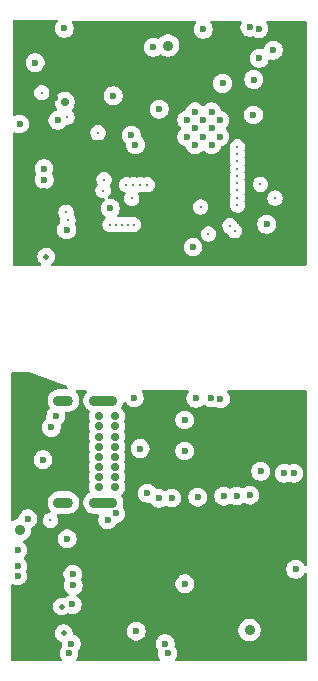
<source format=gbr>
%TF.GenerationSoftware,KiCad,Pcbnew,9.0.6-1.fc42*%
%TF.CreationDate,2025-11-23T12:28:42-08:00*%
%TF.ProjectId,MainBoard,4d61696e-426f-4617-9264-2e6b69636164,rev?*%
%TF.SameCoordinates,Original*%
%TF.FileFunction,Copper,L3,Inr*%
%TF.FilePolarity,Positive*%
%FSLAX46Y46*%
G04 Gerber Fmt 4.6, Leading zero omitted, Abs format (unit mm)*
G04 Created by KiCad (PCBNEW 9.0.6-1.fc42) date 2025-11-23 12:28:42*
%MOMM*%
%LPD*%
G01*
G04 APERTURE LIST*
%TA.AperFunction,HeatsinkPad*%
%ADD10C,0.600000*%
%TD*%
%TA.AperFunction,ComponentPad*%
%ADD11C,0.700000*%
%TD*%
%TA.AperFunction,ComponentPad*%
%ADD12O,1.700000X0.900000*%
%TD*%
%TA.AperFunction,ComponentPad*%
%ADD13O,2.400000X0.900000*%
%TD*%
%TA.AperFunction,ViaPad*%
%ADD14C,0.600000*%
%TD*%
%TA.AperFunction,ViaPad*%
%ADD15C,0.300000*%
%TD*%
%TA.AperFunction,ViaPad*%
%ADD16C,0.500000*%
%TD*%
%TA.AperFunction,ViaPad*%
%ADD17C,0.900000*%
%TD*%
%TA.AperFunction,ViaPad*%
%ADD18C,0.700000*%
%TD*%
G04 APERTURE END LIST*
D10*
%TO.N,LIPO GND*%
%TO.C,U1*%
X81630000Y-65060000D03*
X81630000Y-63660000D03*
X80930000Y-65760000D03*
X80930000Y-64360000D03*
X80930000Y-62960000D03*
X80230000Y-65060000D03*
X80230000Y-63660000D03*
X79530000Y-65760000D03*
X79530000Y-64360000D03*
X79530000Y-62960000D03*
X78830000Y-65060000D03*
X78830000Y-63660000D03*
%TD*%
D11*
%TO.N,LIPO GND*%
%TO.C,J3*%
X72752964Y-94700000D03*
%TO.N,Net-(D3-A1)*%
X72752964Y-93850000D03*
%TO.N,Net-(J3-CC1)*%
X72752964Y-93000000D03*
%TO.N,CONN_0*%
X72752964Y-92150000D03*
%TO.N,CONN_2*%
X72752964Y-91300000D03*
%TO.N,unconnected-(J3-SBU1-PadA8)*%
X72752964Y-90450000D03*
%TO.N,Net-(D3-A1)*%
X72752964Y-89600000D03*
%TO.N,LIPO GND*%
X72752964Y-88750000D03*
X71402964Y-88750000D03*
%TO.N,Net-(D3-A1)*%
X71402964Y-89600000D03*
%TO.N,Net-(J3-CC2)*%
X71402964Y-90450000D03*
%TO.N,CONN_0*%
X71402964Y-91300000D03*
%TO.N,CONN_2*%
X71402964Y-92150000D03*
%TO.N,unconnected-(J3-SBU2-PadB8)*%
X71402964Y-93000000D03*
%TO.N,Net-(D3-A1)*%
X71402964Y-93850000D03*
%TO.N,LIPO GND*%
X71402964Y-94700000D03*
D12*
X68392964Y-96050000D03*
D13*
X71772964Y-96050000D03*
D12*
X68392964Y-87400000D03*
D13*
X71772964Y-87400000D03*
%TD*%
D14*
%TO.N,CONN_29*%
X64512800Y-100050000D03*
X76454047Y-95665953D03*
%TO.N,CONN_7*%
X69220000Y-103040000D03*
X83054047Y-95484047D03*
D15*
%TO.N,CONN_2*%
X71825000Y-68700000D03*
X68610834Y-71464482D03*
D14*
X72803964Y-96960000D03*
%TO.N,CONN_10*%
X69190000Y-102100000D03*
X81954047Y-95494047D03*
%TO.N,CONN_14*%
X68710000Y-99120000D03*
X79754047Y-95575953D03*
D16*
%TO.N,BZR*%
X68250000Y-104850000D03*
D14*
%TO.N,CONN_15*%
X69050000Y-108000000D03*
X87100000Y-93560000D03*
X77000000Y-108000000D03*
%TO.N,CONN_11*%
X72130000Y-97490000D03*
X75504047Y-95250000D03*
%TO.N,CONN_18*%
X84234000Y-87296000D03*
D17*
X77139800Y-60807600D03*
D14*
X82710000Y-87240000D03*
X82625000Y-58075000D03*
D17*
X77139800Y-59105800D03*
D14*
X77680000Y-87160000D03*
X64740000Y-105480000D03*
X68760916Y-66172535D03*
X76150000Y-87050000D03*
X80854047Y-94994047D03*
X85759000Y-87371000D03*
X67703700Y-61810900D03*
X66720000Y-69690000D03*
D15*
%TO.N,GPIO0*%
X71325000Y-64725000D03*
X68700000Y-63400000D03*
X66550000Y-61325000D03*
D14*
%TO.N,CHIP_PU*%
X72615531Y-61601015D03*
X84963000Y-58420000D03*
%TO.N,CONN_6*%
X84154047Y-95405953D03*
X69125003Y-104670000D03*
D15*
%TO.N,CONN_0*%
X71750000Y-69620000D03*
X68775000Y-72100000D03*
%TO.N,DATA9*%
X83125000Y-68381250D03*
%TO.N,DATA13*%
X83125000Y-70850000D03*
%TO.N,DATA10*%
X83125000Y-68998438D03*
%TO.N,DATA7*%
X74178727Y-70291272D03*
%TO.N,DATA5*%
X74312500Y-69125000D03*
%TO.N,DATA6*%
X73725000Y-69125000D03*
%TO.N,DATA12*%
X83125000Y-70232813D03*
%TO.N,DATA2*%
X83125000Y-67146875D03*
%TO.N,DATA15*%
X82872800Y-73025000D03*
%TO.N,DATA14*%
X82500000Y-72600000D03*
%TO.N,DATA0*%
X83125000Y-65912500D03*
%TO.N,DATA4*%
X74900000Y-69125000D03*
%TO.N,DATA3*%
X75487500Y-69125000D03*
%TO.N,DATA1*%
X83125000Y-66529688D03*
%TO.N,DATA11*%
X83125000Y-69615625D03*
%TO.N,DATA8*%
X83125000Y-67764063D03*
%TO.N,RET*%
X80668914Y-73302001D03*
D14*
%TO.N,HATS_ENABLE*%
X85610000Y-72470000D03*
X68650000Y-72950000D03*
X79362600Y-74402000D03*
D15*
%TO.N,INDEX1*%
X72824994Y-72500000D03*
%TO.N,INDEX4*%
X74325003Y-72500000D03*
%TO.N,INDEX0*%
X72324991Y-72500000D03*
%TO.N,INDEX2*%
X73324997Y-72500000D03*
%TO.N,INDEX3*%
X73825000Y-72500000D03*
D14*
%TO.N,CONN_28*%
X64530000Y-101430000D03*
X77554047Y-95655953D03*
%TO.N,CONN_16*%
X87910000Y-93560000D03*
X77205000Y-108795000D03*
X68860000Y-108790000D03*
D15*
%TO.N,LIPO GND*%
X86300000Y-70250000D03*
D17*
X77241400Y-57353200D03*
D14*
X78654047Y-91675953D03*
X68470000Y-55890000D03*
X76000000Y-57500000D03*
X79600000Y-87220000D03*
X74550000Y-106920000D03*
X80890000Y-87160000D03*
X88057419Y-101680000D03*
X72350000Y-71125000D03*
X66760000Y-68700000D03*
X74489100Y-65739100D03*
X65380000Y-97420000D03*
X67919600Y-63677800D03*
D15*
X80000000Y-71010000D03*
D14*
X81685000Y-87265000D03*
X64670000Y-63990000D03*
D18*
X68503800Y-62128400D03*
D17*
X64700000Y-98339999D03*
D14*
X67730000Y-88750000D03*
X84505800Y-60223400D03*
X84175600Y-55803800D03*
X74142600Y-64922400D03*
X65989200Y-58801000D03*
D16*
X68420000Y-107100000D03*
D14*
X78675000Y-102925000D03*
D15*
X85070000Y-69090000D03*
D14*
X78650000Y-89050000D03*
X84475000Y-63225000D03*
D15*
X67290000Y-97550000D03*
D14*
X74380000Y-87180000D03*
X67360000Y-89680000D03*
D17*
X84150000Y-106850000D03*
D16*
X66940000Y-75210000D03*
D14*
X74880000Y-91470000D03*
X80220000Y-55970000D03*
X81864200Y-60553600D03*
X66660000Y-92420000D03*
X86156000Y-57734200D03*
X84937600Y-55905400D03*
X85090000Y-93390000D03*
X76510000Y-62730000D03*
%TO.N,CONN_21*%
X66740000Y-67770000D03*
X64520000Y-102250000D03*
%TD*%
%TA.AperFunction,Conductor*%
%TO.N,CONN_18*%
G36*
X67845598Y-55169685D02*
G01*
X67891353Y-55222489D01*
X67901297Y-55291647D01*
X67872272Y-55355203D01*
X67866240Y-55361681D01*
X67848213Y-55379707D01*
X67848210Y-55379711D01*
X67760609Y-55510814D01*
X67760602Y-55510827D01*
X67700264Y-55656498D01*
X67700261Y-55656510D01*
X67669500Y-55811153D01*
X67669500Y-55968846D01*
X67700261Y-56123489D01*
X67700264Y-56123501D01*
X67760602Y-56269172D01*
X67760609Y-56269185D01*
X67848210Y-56400288D01*
X67848213Y-56400292D01*
X67959707Y-56511786D01*
X67959711Y-56511789D01*
X68090814Y-56599390D01*
X68090827Y-56599397D01*
X68236498Y-56659735D01*
X68236503Y-56659737D01*
X68391153Y-56690499D01*
X68391156Y-56690500D01*
X68391158Y-56690500D01*
X68548844Y-56690500D01*
X68548845Y-56690499D01*
X68703497Y-56659737D01*
X68849179Y-56599394D01*
X68980289Y-56511789D01*
X69091789Y-56400289D01*
X69179394Y-56269179D01*
X69239737Y-56123497D01*
X69270500Y-55968842D01*
X69270500Y-55811158D01*
X69270500Y-55811155D01*
X69270499Y-55811153D01*
X69255649Y-55736498D01*
X69239737Y-55656503D01*
X69239735Y-55656498D01*
X69179397Y-55510827D01*
X69179390Y-55510814D01*
X69129662Y-55436391D01*
X69108784Y-55369713D01*
X69127269Y-55302333D01*
X69179247Y-55255643D01*
X69232764Y-55243500D01*
X79515059Y-55243500D01*
X79582098Y-55263185D01*
X79627853Y-55315989D01*
X79637797Y-55385147D01*
X79608772Y-55448703D01*
X79602740Y-55455181D01*
X79598213Y-55459707D01*
X79598210Y-55459711D01*
X79510609Y-55590814D01*
X79510602Y-55590827D01*
X79450264Y-55736498D01*
X79450261Y-55736510D01*
X79419500Y-55891153D01*
X79419500Y-56048846D01*
X79450261Y-56203489D01*
X79450264Y-56203501D01*
X79510602Y-56349172D01*
X79510609Y-56349185D01*
X79598210Y-56480288D01*
X79598213Y-56480292D01*
X79709707Y-56591786D01*
X79709711Y-56591789D01*
X79840814Y-56679390D01*
X79840827Y-56679397D01*
X79963633Y-56730264D01*
X79986503Y-56739737D01*
X80141153Y-56770499D01*
X80141156Y-56770500D01*
X80141158Y-56770500D01*
X80298844Y-56770500D01*
X80298845Y-56770499D01*
X80453497Y-56739737D01*
X80599179Y-56679394D01*
X80730289Y-56591789D01*
X80841789Y-56480289D01*
X80929394Y-56349179D01*
X80989737Y-56203497D01*
X81020500Y-56048842D01*
X81020500Y-55891158D01*
X81020500Y-55891155D01*
X81020499Y-55891153D01*
X81007650Y-55826558D01*
X80989737Y-55736503D01*
X80956598Y-55656498D01*
X80929397Y-55590827D01*
X80929390Y-55590814D01*
X80841789Y-55459711D01*
X80841786Y-55459707D01*
X80837260Y-55455181D01*
X80803775Y-55393858D01*
X80808759Y-55324166D01*
X80850631Y-55268233D01*
X80916095Y-55243816D01*
X80924941Y-55243500D01*
X83356135Y-55243500D01*
X83423174Y-55263185D01*
X83468929Y-55315989D01*
X83478873Y-55385147D01*
X83467868Y-55418714D01*
X83468537Y-55418992D01*
X83405864Y-55570298D01*
X83405861Y-55570310D01*
X83375100Y-55724953D01*
X83375100Y-55882646D01*
X83405861Y-56037289D01*
X83405864Y-56037301D01*
X83466202Y-56182972D01*
X83466209Y-56182985D01*
X83553810Y-56314088D01*
X83553813Y-56314092D01*
X83665307Y-56425586D01*
X83665311Y-56425589D01*
X83796414Y-56513190D01*
X83796427Y-56513197D01*
X83937581Y-56571664D01*
X83942103Y-56573537D01*
X84072074Y-56599390D01*
X84096753Y-56604299D01*
X84096756Y-56604300D01*
X84096758Y-56604300D01*
X84254444Y-56604300D01*
X84254445Y-56604299D01*
X84409097Y-56573537D01*
X84409104Y-56573533D01*
X84413200Y-56572292D01*
X84483067Y-56571664D01*
X84518091Y-56587846D01*
X84558421Y-56614794D01*
X84558427Y-56614796D01*
X84558428Y-56614797D01*
X84558672Y-56614898D01*
X84704103Y-56675137D01*
X84858753Y-56705899D01*
X84858756Y-56705900D01*
X84858758Y-56705900D01*
X85016444Y-56705900D01*
X85016445Y-56705899D01*
X85171097Y-56675137D01*
X85316528Y-56614898D01*
X85316772Y-56614797D01*
X85316772Y-56614796D01*
X85316779Y-56614794D01*
X85447889Y-56527189D01*
X85559389Y-56415689D01*
X85646994Y-56284579D01*
X85707337Y-56138897D01*
X85738100Y-55984242D01*
X85738100Y-55826558D01*
X85738100Y-55826555D01*
X85738099Y-55826553D01*
X85707338Y-55671910D01*
X85707337Y-55671903D01*
X85700956Y-55656498D01*
X85646997Y-55526227D01*
X85646990Y-55526214D01*
X85586972Y-55436391D01*
X85566094Y-55369713D01*
X85584579Y-55302333D01*
X85636557Y-55255643D01*
X85690074Y-55243500D01*
X88845500Y-55243500D01*
X88912539Y-55263185D01*
X88958294Y-55315989D01*
X88969500Y-55367500D01*
X88969500Y-75900500D01*
X88949815Y-75967539D01*
X88897011Y-76013294D01*
X88845500Y-76024500D01*
X67480652Y-76024500D01*
X67413613Y-76004815D01*
X67367858Y-75952011D01*
X67357914Y-75882853D01*
X67386939Y-75819297D01*
X67411762Y-75797398D01*
X67416654Y-75794128D01*
X67418416Y-75792951D01*
X67522951Y-75688416D01*
X67605084Y-75565495D01*
X67661658Y-75428913D01*
X67690500Y-75283918D01*
X67690500Y-75136082D01*
X67690500Y-75136079D01*
X67661659Y-74991092D01*
X67661658Y-74991091D01*
X67661658Y-74991087D01*
X67629019Y-74912289D01*
X67605087Y-74854511D01*
X67605080Y-74854498D01*
X67522951Y-74731584D01*
X67522948Y-74731580D01*
X67418419Y-74627051D01*
X67418415Y-74627048D01*
X67295501Y-74544919D01*
X67295488Y-74544912D01*
X67158917Y-74488343D01*
X67158907Y-74488340D01*
X67013920Y-74459500D01*
X67013918Y-74459500D01*
X66866082Y-74459500D01*
X66866080Y-74459500D01*
X66721092Y-74488340D01*
X66721082Y-74488343D01*
X66584511Y-74544912D01*
X66584498Y-74544919D01*
X66461584Y-74627048D01*
X66461580Y-74627051D01*
X66357051Y-74731580D01*
X66357048Y-74731584D01*
X66274919Y-74854498D01*
X66274912Y-74854511D01*
X66218343Y-74991082D01*
X66218340Y-74991092D01*
X66189500Y-75136079D01*
X66189500Y-75136082D01*
X66189500Y-75283918D01*
X66189500Y-75283920D01*
X66189499Y-75283920D01*
X66218340Y-75428907D01*
X66218343Y-75428917D01*
X66274912Y-75565488D01*
X66274919Y-75565501D01*
X66357048Y-75688415D01*
X66357051Y-75688419D01*
X66461580Y-75792948D01*
X66461588Y-75792954D01*
X66468238Y-75797398D01*
X66513044Y-75851010D01*
X66521751Y-75920335D01*
X66491597Y-75983362D01*
X66432154Y-76020082D01*
X66399348Y-76024500D01*
X64234500Y-76024500D01*
X64167461Y-76004815D01*
X64121706Y-75952011D01*
X64110500Y-75900500D01*
X64110500Y-74323153D01*
X78562100Y-74323153D01*
X78562100Y-74480846D01*
X78592861Y-74635489D01*
X78592864Y-74635501D01*
X78653202Y-74781172D01*
X78653209Y-74781185D01*
X78740810Y-74912288D01*
X78740813Y-74912292D01*
X78852307Y-75023786D01*
X78852311Y-75023789D01*
X78983414Y-75111390D01*
X78983427Y-75111397D01*
X79129098Y-75171735D01*
X79129103Y-75171737D01*
X79283753Y-75202499D01*
X79283756Y-75202500D01*
X79283758Y-75202500D01*
X79441444Y-75202500D01*
X79441445Y-75202499D01*
X79596097Y-75171737D01*
X79741779Y-75111394D01*
X79872889Y-75023789D01*
X79984389Y-74912289D01*
X80071994Y-74781179D01*
X80132337Y-74635497D01*
X80163100Y-74480842D01*
X80163100Y-74323158D01*
X80163100Y-74323155D01*
X80163099Y-74323153D01*
X80132338Y-74168510D01*
X80132337Y-74168503D01*
X80132335Y-74168498D01*
X80071997Y-74022827D01*
X80071990Y-74022814D01*
X79984389Y-73891711D01*
X79984386Y-73891707D01*
X79872892Y-73780213D01*
X79872888Y-73780210D01*
X79741785Y-73692609D01*
X79741772Y-73692602D01*
X79596101Y-73632264D01*
X79596089Y-73632261D01*
X79441445Y-73601500D01*
X79441442Y-73601500D01*
X79283758Y-73601500D01*
X79283755Y-73601500D01*
X79129110Y-73632261D01*
X79129098Y-73632264D01*
X78983427Y-73692602D01*
X78983414Y-73692609D01*
X78852311Y-73780210D01*
X78852307Y-73780213D01*
X78740813Y-73891707D01*
X78740810Y-73891711D01*
X78653209Y-74022814D01*
X78653202Y-74022827D01*
X78592864Y-74168498D01*
X78592861Y-74168510D01*
X78562100Y-74323153D01*
X64110500Y-74323153D01*
X64110500Y-72871153D01*
X67849500Y-72871153D01*
X67849500Y-73028846D01*
X67880261Y-73183489D01*
X67880264Y-73183501D01*
X67940602Y-73329172D01*
X67940609Y-73329185D01*
X68028210Y-73460288D01*
X68028213Y-73460292D01*
X68139707Y-73571786D01*
X68139711Y-73571789D01*
X68270814Y-73659390D01*
X68270827Y-73659397D01*
X68409106Y-73716673D01*
X68416503Y-73719737D01*
X68571153Y-73750499D01*
X68571156Y-73750500D01*
X68571158Y-73750500D01*
X68728844Y-73750500D01*
X68728845Y-73750499D01*
X68883497Y-73719737D01*
X69029179Y-73659394D01*
X69160289Y-73571789D01*
X69271789Y-73460289D01*
X69334743Y-73366072D01*
X80018413Y-73366072D01*
X80043411Y-73491739D01*
X80043413Y-73491745D01*
X80092447Y-73610125D01*
X80092452Y-73610134D01*
X80163637Y-73716669D01*
X80163640Y-73716673D01*
X80254241Y-73807274D01*
X80254245Y-73807277D01*
X80360780Y-73878462D01*
X80360786Y-73878465D01*
X80360787Y-73878466D01*
X80479170Y-73927502D01*
X80479174Y-73927502D01*
X80479175Y-73927503D01*
X80604842Y-73952501D01*
X80604845Y-73952501D01*
X80732985Y-73952501D01*
X80817529Y-73935683D01*
X80858658Y-73927502D01*
X80977041Y-73878466D01*
X81083583Y-73807277D01*
X81174190Y-73716670D01*
X81245379Y-73610128D01*
X81294415Y-73491745D01*
X81319414Y-73366070D01*
X81319414Y-73237932D01*
X81319414Y-73237929D01*
X81294416Y-73112262D01*
X81294415Y-73112261D01*
X81294415Y-73112257D01*
X81245379Y-72993874D01*
X81245378Y-72993873D01*
X81245375Y-72993867D01*
X81174190Y-72887332D01*
X81174187Y-72887328D01*
X81083586Y-72796727D01*
X81083582Y-72796724D01*
X80977047Y-72725539D01*
X80977038Y-72725534D01*
X80858658Y-72676500D01*
X80858652Y-72676498D01*
X80796178Y-72664071D01*
X81849499Y-72664071D01*
X81874497Y-72789738D01*
X81874499Y-72789744D01*
X81923533Y-72908124D01*
X81923538Y-72908133D01*
X81994723Y-73014668D01*
X81994726Y-73014672D01*
X82085327Y-73105273D01*
X82085335Y-73105279D01*
X82191869Y-73176463D01*
X82191871Y-73176464D01*
X82191873Y-73176465D01*
X82192178Y-73176591D01*
X82192316Y-73176702D01*
X82197247Y-73179338D01*
X82196747Y-73180272D01*
X82246584Y-73220429D01*
X82259293Y-73243701D01*
X82296335Y-73333127D01*
X82296338Y-73333133D01*
X82367523Y-73439668D01*
X82367526Y-73439672D01*
X82458127Y-73530273D01*
X82458131Y-73530276D01*
X82564666Y-73601461D01*
X82564672Y-73601464D01*
X82564673Y-73601465D01*
X82683056Y-73650501D01*
X82683060Y-73650501D01*
X82683061Y-73650502D01*
X82808728Y-73675500D01*
X82808731Y-73675500D01*
X82936871Y-73675500D01*
X83021415Y-73658682D01*
X83062544Y-73650501D01*
X83180927Y-73601465D01*
X83287469Y-73530276D01*
X83378076Y-73439669D01*
X83449265Y-73333127D01*
X83498301Y-73214744D01*
X83516053Y-73125500D01*
X83523300Y-73089071D01*
X83523300Y-72960928D01*
X83498302Y-72835261D01*
X83498301Y-72835260D01*
X83498301Y-72835256D01*
X83449265Y-72716873D01*
X83449264Y-72716872D01*
X83449261Y-72716866D01*
X83378076Y-72610331D01*
X83378073Y-72610327D01*
X83287472Y-72519726D01*
X83287468Y-72519723D01*
X83241576Y-72489058D01*
X83241539Y-72489035D01*
X83180927Y-72448535D01*
X83170807Y-72444343D01*
X83161830Y-72438671D01*
X83145474Y-72420086D01*
X83126202Y-72404552D01*
X83118887Y-72391153D01*
X84809500Y-72391153D01*
X84809500Y-72548846D01*
X84840261Y-72703489D01*
X84840264Y-72703501D01*
X84900602Y-72849172D01*
X84900609Y-72849185D01*
X84988210Y-72980288D01*
X84988213Y-72980292D01*
X85099707Y-73091786D01*
X85099711Y-73091789D01*
X85230814Y-73179390D01*
X85230827Y-73179397D01*
X85372138Y-73237929D01*
X85376503Y-73239737D01*
X85531153Y-73270499D01*
X85531156Y-73270500D01*
X85531158Y-73270500D01*
X85688844Y-73270500D01*
X85688845Y-73270499D01*
X85843497Y-73239737D01*
X85979264Y-73183501D01*
X85989172Y-73179397D01*
X85989172Y-73179396D01*
X85989179Y-73179394D01*
X86120289Y-73091789D01*
X86231789Y-72980289D01*
X86319394Y-72849179D01*
X86325162Y-72835255D01*
X86370609Y-72725534D01*
X86379737Y-72703497D01*
X86410500Y-72548842D01*
X86410500Y-72391158D01*
X86410500Y-72391155D01*
X86410499Y-72391153D01*
X86379738Y-72236510D01*
X86379737Y-72236503D01*
X86358541Y-72185331D01*
X86319397Y-72090827D01*
X86319390Y-72090814D01*
X86231789Y-71959711D01*
X86231786Y-71959707D01*
X86120292Y-71848213D01*
X86120288Y-71848210D01*
X85989185Y-71760609D01*
X85989172Y-71760602D01*
X85843501Y-71700264D01*
X85843489Y-71700261D01*
X85688845Y-71669500D01*
X85688842Y-71669500D01*
X85531158Y-71669500D01*
X85531155Y-71669500D01*
X85376510Y-71700261D01*
X85376498Y-71700264D01*
X85230827Y-71760602D01*
X85230814Y-71760609D01*
X85099711Y-71848210D01*
X85099707Y-71848213D01*
X84988213Y-71959707D01*
X84988210Y-71959711D01*
X84900609Y-72090814D01*
X84900602Y-72090827D01*
X84840264Y-72236498D01*
X84840261Y-72236510D01*
X84809500Y-72391153D01*
X83118887Y-72391153D01*
X83117048Y-72387784D01*
X83115671Y-72386220D01*
X83115469Y-72384894D01*
X83113505Y-72381295D01*
X83076468Y-72291879D01*
X83076461Y-72291866D01*
X83005276Y-72185331D01*
X83005273Y-72185327D01*
X82914672Y-72094726D01*
X82914668Y-72094723D01*
X82808133Y-72023538D01*
X82808124Y-72023533D01*
X82689744Y-71974499D01*
X82689738Y-71974497D01*
X82564071Y-71949500D01*
X82564069Y-71949500D01*
X82435931Y-71949500D01*
X82435929Y-71949500D01*
X82310261Y-71974497D01*
X82310255Y-71974499D01*
X82191875Y-72023533D01*
X82191866Y-72023538D01*
X82085331Y-72094723D01*
X82085327Y-72094726D01*
X81994726Y-72185327D01*
X81994723Y-72185331D01*
X81923538Y-72291866D01*
X81923533Y-72291875D01*
X81874499Y-72410255D01*
X81874497Y-72410261D01*
X81849500Y-72535928D01*
X81849500Y-72535931D01*
X81849500Y-72664069D01*
X81849500Y-72664071D01*
X81849499Y-72664071D01*
X80796178Y-72664071D01*
X80732985Y-72651501D01*
X80732983Y-72651501D01*
X80604845Y-72651501D01*
X80604843Y-72651501D01*
X80479175Y-72676498D01*
X80479169Y-72676500D01*
X80360789Y-72725534D01*
X80360780Y-72725539D01*
X80254245Y-72796724D01*
X80254241Y-72796727D01*
X80163640Y-72887328D01*
X80163637Y-72887332D01*
X80092452Y-72993867D01*
X80092447Y-72993876D01*
X80043413Y-73112256D01*
X80043411Y-73112262D01*
X80018414Y-73237929D01*
X80018414Y-73237932D01*
X80018414Y-73366070D01*
X80018414Y-73366072D01*
X80018413Y-73366072D01*
X69334743Y-73366072D01*
X69359394Y-73329179D01*
X69419737Y-73183497D01*
X69450500Y-73028842D01*
X69450500Y-72871158D01*
X69450500Y-72871155D01*
X69450499Y-72871153D01*
X69446127Y-72849172D01*
X69419737Y-72716503D01*
X69419735Y-72716498D01*
X69359397Y-72570828D01*
X69359396Y-72570827D01*
X69359394Y-72570821D01*
X69347105Y-72552430D01*
X69326228Y-72485754D01*
X69344712Y-72418374D01*
X69347073Y-72414699D01*
X69351465Y-72408127D01*
X69400501Y-72289744D01*
X69419969Y-72191875D01*
X69425500Y-72164071D01*
X69425500Y-72035928D01*
X69400502Y-71910261D01*
X69400501Y-71910260D01*
X69400501Y-71910256D01*
X69351465Y-71791873D01*
X69351464Y-71791872D01*
X69351461Y-71791866D01*
X69280275Y-71685330D01*
X69277134Y-71681502D01*
X69249820Y-71617193D01*
X69251368Y-71578646D01*
X69261334Y-71528551D01*
X69261334Y-71400413D01*
X69261334Y-71400410D01*
X69236336Y-71274743D01*
X69236335Y-71274742D01*
X69236335Y-71274738D01*
X69198408Y-71183174D01*
X69187300Y-71156357D01*
X69187295Y-71156348D01*
X69116110Y-71049813D01*
X69116107Y-71049809D01*
X69025506Y-70959208D01*
X69025502Y-70959205D01*
X68918967Y-70888020D01*
X68918958Y-70888015D01*
X68800578Y-70838981D01*
X68800572Y-70838979D01*
X68674905Y-70813982D01*
X68674903Y-70813982D01*
X68546765Y-70813982D01*
X68546763Y-70813982D01*
X68421095Y-70838979D01*
X68421089Y-70838981D01*
X68302709Y-70888015D01*
X68302700Y-70888020D01*
X68196165Y-70959205D01*
X68196161Y-70959208D01*
X68105560Y-71049809D01*
X68105557Y-71049813D01*
X68034372Y-71156348D01*
X68034367Y-71156357D01*
X67985333Y-71274737D01*
X67985331Y-71274743D01*
X67960334Y-71400410D01*
X67960334Y-71400413D01*
X67960334Y-71528551D01*
X67960334Y-71528553D01*
X67960333Y-71528553D01*
X67985331Y-71654220D01*
X67985333Y-71654226D01*
X68034367Y-71772606D01*
X68034372Y-71772615D01*
X68105557Y-71879151D01*
X68108700Y-71882980D01*
X68136013Y-71947290D01*
X68134464Y-71985837D01*
X68124500Y-72035928D01*
X68124500Y-72164073D01*
X68141325Y-72248659D01*
X68135098Y-72318251D01*
X68107390Y-72360531D01*
X68028210Y-72439711D01*
X67940609Y-72570814D01*
X67940602Y-72570827D01*
X67880264Y-72716498D01*
X67880261Y-72716510D01*
X67849500Y-72871153D01*
X64110500Y-72871153D01*
X64110500Y-69684071D01*
X71099499Y-69684071D01*
X71124497Y-69809738D01*
X71124499Y-69809744D01*
X71173533Y-69928124D01*
X71173538Y-69928133D01*
X71244723Y-70034668D01*
X71244726Y-70034672D01*
X71335327Y-70125273D01*
X71335331Y-70125276D01*
X71441866Y-70196461D01*
X71441872Y-70196464D01*
X71441873Y-70196465D01*
X71560256Y-70245501D01*
X71560260Y-70245501D01*
X71560261Y-70245502D01*
X71685928Y-70270500D01*
X71779214Y-70270500D01*
X71846253Y-70290185D01*
X71892008Y-70342989D01*
X71901952Y-70412147D01*
X71872927Y-70475703D01*
X71848105Y-70497602D01*
X71839710Y-70503210D01*
X71728213Y-70614707D01*
X71728210Y-70614711D01*
X71640609Y-70745814D01*
X71640602Y-70745827D01*
X71580264Y-70891498D01*
X71580261Y-70891510D01*
X71549500Y-71046153D01*
X71549500Y-71203846D01*
X71580261Y-71358489D01*
X71580264Y-71358501D01*
X71640602Y-71504172D01*
X71640609Y-71504185D01*
X71728210Y-71635288D01*
X71728213Y-71635292D01*
X71839708Y-71746787D01*
X71839711Y-71746789D01*
X71906243Y-71791244D01*
X71951048Y-71844855D01*
X71959755Y-71914180D01*
X71929601Y-71977208D01*
X71914543Y-71990266D01*
X71915030Y-71990860D01*
X71910318Y-71994726D01*
X71819717Y-72085327D01*
X71819714Y-72085331D01*
X71748529Y-72191866D01*
X71748524Y-72191875D01*
X71699490Y-72310255D01*
X71699488Y-72310261D01*
X71674491Y-72435928D01*
X71674491Y-72435931D01*
X71674491Y-72564069D01*
X71674491Y-72564071D01*
X71674490Y-72564071D01*
X71699488Y-72689738D01*
X71699490Y-72689744D01*
X71748524Y-72808124D01*
X71748529Y-72808133D01*
X71819714Y-72914668D01*
X71819717Y-72914672D01*
X71910318Y-73005273D01*
X71910322Y-73005276D01*
X72016857Y-73076461D01*
X72016863Y-73076464D01*
X72016864Y-73076465D01*
X72135247Y-73125501D01*
X72135251Y-73125501D01*
X72135252Y-73125502D01*
X72260919Y-73150500D01*
X72260922Y-73150500D01*
X72389062Y-73150500D01*
X72514730Y-73125502D01*
X72514730Y-73125501D01*
X72514735Y-73125501D01*
X72527537Y-73120197D01*
X72597005Y-73112728D01*
X72622444Y-73120197D01*
X72635245Y-73125499D01*
X72635250Y-73125501D01*
X72635254Y-73125501D01*
X72635255Y-73125502D01*
X72760922Y-73150500D01*
X72760925Y-73150500D01*
X72889065Y-73150500D01*
X73014733Y-73125502D01*
X73014733Y-73125501D01*
X73014738Y-73125501D01*
X73027540Y-73120197D01*
X73097008Y-73112728D01*
X73122447Y-73120197D01*
X73135248Y-73125499D01*
X73135253Y-73125501D01*
X73135257Y-73125501D01*
X73135258Y-73125502D01*
X73260925Y-73150500D01*
X73260928Y-73150500D01*
X73389068Y-73150500D01*
X73514736Y-73125502D01*
X73514736Y-73125501D01*
X73514741Y-73125501D01*
X73527543Y-73120197D01*
X73597011Y-73112728D01*
X73622450Y-73120197D01*
X73635251Y-73125499D01*
X73635256Y-73125501D01*
X73635260Y-73125501D01*
X73635261Y-73125502D01*
X73760928Y-73150500D01*
X73760931Y-73150500D01*
X73889071Y-73150500D01*
X74014739Y-73125502D01*
X74014739Y-73125501D01*
X74014744Y-73125501D01*
X74027546Y-73120197D01*
X74097014Y-73112728D01*
X74122453Y-73120197D01*
X74135254Y-73125499D01*
X74135259Y-73125501D01*
X74135263Y-73125501D01*
X74135264Y-73125502D01*
X74260931Y-73150500D01*
X74260934Y-73150500D01*
X74389074Y-73150500D01*
X74473618Y-73133682D01*
X74514747Y-73125501D01*
X74633130Y-73076465D01*
X74739672Y-73005276D01*
X74830279Y-72914669D01*
X74901468Y-72808127D01*
X74950504Y-72689744D01*
X74966301Y-72610331D01*
X74975503Y-72564071D01*
X74975503Y-72435928D01*
X74950505Y-72310261D01*
X74950504Y-72310260D01*
X74950504Y-72310256D01*
X74901468Y-72191873D01*
X74901467Y-72191872D01*
X74901464Y-72191866D01*
X74830279Y-72085331D01*
X74830276Y-72085327D01*
X74739675Y-71994726D01*
X74739671Y-71994723D01*
X74633136Y-71923538D01*
X74633127Y-71923533D01*
X74514747Y-71874499D01*
X74514741Y-71874497D01*
X74389074Y-71849500D01*
X74389072Y-71849500D01*
X74260934Y-71849500D01*
X74260932Y-71849500D01*
X74135265Y-71874497D01*
X74135259Y-71874499D01*
X74122445Y-71879806D01*
X74052975Y-71887269D01*
X74027552Y-71879804D01*
X74023514Y-71878131D01*
X74014744Y-71874499D01*
X74014742Y-71874498D01*
X74014738Y-71874497D01*
X73889071Y-71849500D01*
X73889069Y-71849500D01*
X73760931Y-71849500D01*
X73760929Y-71849500D01*
X73635262Y-71874497D01*
X73635256Y-71874499D01*
X73622442Y-71879806D01*
X73552972Y-71887269D01*
X73527549Y-71879804D01*
X73523511Y-71878131D01*
X73514741Y-71874499D01*
X73514739Y-71874498D01*
X73514735Y-71874497D01*
X73389068Y-71849500D01*
X73389066Y-71849500D01*
X73260928Y-71849500D01*
X73260926Y-71849500D01*
X73135259Y-71874497D01*
X73135253Y-71874499D01*
X73122439Y-71879806D01*
X73097012Y-71882537D01*
X73072332Y-71889212D01*
X73059660Y-71886550D01*
X73052969Y-71887269D01*
X73037513Y-71883440D01*
X73032439Y-71881831D01*
X73014738Y-71874499D01*
X73000194Y-71871606D01*
X72993632Y-71869525D01*
X72970123Y-71853693D01*
X72945006Y-71840552D01*
X72941521Y-71834431D01*
X72935679Y-71830497D01*
X72924458Y-71804463D01*
X72910436Y-71779834D01*
X72910813Y-71772802D01*
X72908025Y-71766333D01*
X72912661Y-71738366D01*
X72914180Y-71710065D01*
X72918485Y-71703232D01*
X72919452Y-71697404D01*
X72928369Y-71687549D01*
X72943432Y-71663645D01*
X72971789Y-71635289D01*
X73059394Y-71504179D01*
X73119737Y-71358497D01*
X73150500Y-71203842D01*
X73150500Y-71074071D01*
X79349499Y-71074071D01*
X79374497Y-71199738D01*
X79374499Y-71199744D01*
X79423533Y-71318124D01*
X79423538Y-71318133D01*
X79494723Y-71424668D01*
X79494726Y-71424672D01*
X79585327Y-71515273D01*
X79585331Y-71515276D01*
X79691866Y-71586461D01*
X79691872Y-71586464D01*
X79691873Y-71586465D01*
X79810256Y-71635501D01*
X79810260Y-71635501D01*
X79810261Y-71635502D01*
X79935928Y-71660500D01*
X79935931Y-71660500D01*
X80064071Y-71660500D01*
X80149436Y-71643519D01*
X80189744Y-71635501D01*
X80308127Y-71586465D01*
X80414669Y-71515276D01*
X80505276Y-71424669D01*
X80576465Y-71318127D01*
X80625501Y-71199744D01*
X80650500Y-71074069D01*
X80650500Y-70945931D01*
X80650500Y-70945928D01*
X80625502Y-70820261D01*
X80625501Y-70820260D01*
X80625501Y-70820256D01*
X80576465Y-70701873D01*
X80576464Y-70701872D01*
X80576461Y-70701866D01*
X80505276Y-70595331D01*
X80505273Y-70595327D01*
X80414672Y-70504726D01*
X80414668Y-70504723D01*
X80308133Y-70433538D01*
X80308124Y-70433533D01*
X80189744Y-70384499D01*
X80189738Y-70384497D01*
X80064071Y-70359500D01*
X80064069Y-70359500D01*
X79935931Y-70359500D01*
X79935929Y-70359500D01*
X79810261Y-70384497D01*
X79810255Y-70384499D01*
X79691875Y-70433533D01*
X79691866Y-70433538D01*
X79585331Y-70504723D01*
X79585327Y-70504726D01*
X79494726Y-70595327D01*
X79494723Y-70595331D01*
X79423538Y-70701866D01*
X79423533Y-70701875D01*
X79374499Y-70820255D01*
X79374497Y-70820261D01*
X79349500Y-70945928D01*
X79349500Y-70945931D01*
X79349500Y-71074069D01*
X79349500Y-71074071D01*
X79349499Y-71074071D01*
X73150500Y-71074071D01*
X73150500Y-71046158D01*
X73150500Y-71046155D01*
X73150499Y-71046153D01*
X73129736Y-70941772D01*
X73119737Y-70891503D01*
X73113109Y-70875501D01*
X73059397Y-70745827D01*
X73059390Y-70745814D01*
X72971789Y-70614711D01*
X72971786Y-70614707D01*
X72860292Y-70503213D01*
X72860288Y-70503210D01*
X72729185Y-70415609D01*
X72729172Y-70415602D01*
X72583501Y-70355264D01*
X72583489Y-70355261D01*
X72428845Y-70324500D01*
X72428842Y-70324500D01*
X72271158Y-70324500D01*
X72265066Y-70324500D01*
X72265066Y-70321701D01*
X72208185Y-70310860D01*
X72157519Y-70262748D01*
X72140908Y-70194882D01*
X72163624Y-70128809D01*
X72177092Y-70112852D01*
X72255276Y-70034669D01*
X72326465Y-69928127D01*
X72375501Y-69809744D01*
X72387285Y-69750502D01*
X72400500Y-69684071D01*
X72400500Y-69555928D01*
X72375502Y-69430261D01*
X72375501Y-69430260D01*
X72375501Y-69430256D01*
X72326465Y-69311873D01*
X72305540Y-69280556D01*
X72284662Y-69213879D01*
X72291467Y-69189071D01*
X73074499Y-69189071D01*
X73099497Y-69314738D01*
X73099499Y-69314744D01*
X73148533Y-69433124D01*
X73148538Y-69433133D01*
X73219723Y-69539668D01*
X73219726Y-69539672D01*
X73310327Y-69630273D01*
X73310331Y-69630276D01*
X73416866Y-69701461D01*
X73416875Y-69701466D01*
X73443692Y-69712574D01*
X73535256Y-69750501D01*
X73549597Y-69753353D01*
X73611508Y-69785737D01*
X73646083Y-69846453D01*
X73642344Y-69916222D01*
X73628510Y-69943861D01*
X73602264Y-69983140D01*
X73602260Y-69983147D01*
X73553226Y-70101527D01*
X73553224Y-70101533D01*
X73528227Y-70227200D01*
X73528227Y-70227203D01*
X73528227Y-70355341D01*
X73528227Y-70355343D01*
X73528226Y-70355343D01*
X73553224Y-70481010D01*
X73553226Y-70481016D01*
X73602260Y-70599396D01*
X73602265Y-70599405D01*
X73673450Y-70705940D01*
X73673453Y-70705944D01*
X73764054Y-70796545D01*
X73764058Y-70796548D01*
X73870593Y-70867733D01*
X73870599Y-70867736D01*
X73870600Y-70867737D01*
X73988983Y-70916773D01*
X73988987Y-70916773D01*
X73988988Y-70916774D01*
X74114655Y-70941772D01*
X74114658Y-70941772D01*
X74242798Y-70941772D01*
X74327342Y-70924954D01*
X74368471Y-70916773D01*
X74486854Y-70867737D01*
X74486860Y-70867733D01*
X74533250Y-70836737D01*
X74567304Y-70813982D01*
X74593396Y-70796548D01*
X74684003Y-70705941D01*
X74755192Y-70599399D01*
X74804228Y-70481016D01*
X74823427Y-70384499D01*
X74829227Y-70355343D01*
X74829227Y-70227200D01*
X74804229Y-70101533D01*
X74804228Y-70101532D01*
X74804228Y-70101528D01*
X74755192Y-69983145D01*
X74755189Y-69983140D01*
X74755187Y-69983136D01*
X74745335Y-69968392D01*
X74724456Y-69901715D01*
X74742940Y-69834334D01*
X74794918Y-69787644D01*
X74848436Y-69775500D01*
X74964071Y-69775500D01*
X75075406Y-69753353D01*
X75089744Y-69750501D01*
X75146300Y-69727074D01*
X75215765Y-69719606D01*
X75241193Y-69727072D01*
X75297756Y-69750501D01*
X75297760Y-69750501D01*
X75297761Y-69750502D01*
X75423428Y-69775500D01*
X75423431Y-69775500D01*
X75551571Y-69775500D01*
X75662906Y-69753353D01*
X75677244Y-69750501D01*
X75795627Y-69701465D01*
X75902169Y-69630276D01*
X75992776Y-69539669D01*
X76063965Y-69433127D01*
X76113001Y-69314744D01*
X76133065Y-69213879D01*
X76138000Y-69189071D01*
X76138000Y-69060928D01*
X76113002Y-68935261D01*
X76113001Y-68935260D01*
X76113001Y-68935256D01*
X76063965Y-68816873D01*
X76063964Y-68816872D01*
X76063961Y-68816866D01*
X75992776Y-68710331D01*
X75992773Y-68710327D01*
X75902172Y-68619726D01*
X75902168Y-68619723D01*
X75795633Y-68548538D01*
X75795624Y-68548533D01*
X75677244Y-68499499D01*
X75677238Y-68499497D01*
X75551571Y-68474500D01*
X75551569Y-68474500D01*
X75423431Y-68474500D01*
X75423429Y-68474500D01*
X75297762Y-68499497D01*
X75297754Y-68499499D01*
X75241202Y-68522924D01*
X75171732Y-68530393D01*
X75146298Y-68522924D01*
X75089745Y-68499499D01*
X75089737Y-68499497D01*
X74964071Y-68474500D01*
X74964069Y-68474500D01*
X74835931Y-68474500D01*
X74835929Y-68474500D01*
X74710262Y-68499497D01*
X74710254Y-68499499D01*
X74653702Y-68522924D01*
X74584232Y-68530393D01*
X74558798Y-68522924D01*
X74502245Y-68499499D01*
X74502237Y-68499497D01*
X74376571Y-68474500D01*
X74376569Y-68474500D01*
X74248431Y-68474500D01*
X74248429Y-68474500D01*
X74122762Y-68499497D01*
X74122754Y-68499499D01*
X74066202Y-68522924D01*
X73996732Y-68530393D01*
X73971298Y-68522924D01*
X73914745Y-68499499D01*
X73914737Y-68499497D01*
X73789071Y-68474500D01*
X73789069Y-68474500D01*
X73660931Y-68474500D01*
X73660929Y-68474500D01*
X73535261Y-68499497D01*
X73535255Y-68499499D01*
X73416875Y-68548533D01*
X73416866Y-68548538D01*
X73310331Y-68619723D01*
X73310327Y-68619726D01*
X73219726Y-68710327D01*
X73219723Y-68710331D01*
X73148538Y-68816866D01*
X73148533Y-68816875D01*
X73099499Y-68935255D01*
X73099497Y-68935261D01*
X73074500Y-69060928D01*
X73074500Y-69060931D01*
X73074500Y-69189069D01*
X73074500Y-69189071D01*
X73074499Y-69189071D01*
X72291467Y-69189071D01*
X72303146Y-69146499D01*
X72306422Y-69141472D01*
X72312885Y-69132059D01*
X72330276Y-69114669D01*
X72401465Y-69008127D01*
X72450501Y-68889744D01*
X72466623Y-68808694D01*
X72475500Y-68764071D01*
X72475500Y-68635928D01*
X72450502Y-68510261D01*
X72450501Y-68510260D01*
X72450501Y-68510256D01*
X72401465Y-68391873D01*
X72401464Y-68391872D01*
X72401461Y-68391866D01*
X72330276Y-68285331D01*
X72330273Y-68285327D01*
X72239672Y-68194726D01*
X72239668Y-68194723D01*
X72133133Y-68123538D01*
X72133124Y-68123533D01*
X72014744Y-68074499D01*
X72014738Y-68074497D01*
X71889071Y-68049500D01*
X71889069Y-68049500D01*
X71760931Y-68049500D01*
X71760929Y-68049500D01*
X71635261Y-68074497D01*
X71635255Y-68074499D01*
X71516875Y-68123533D01*
X71516866Y-68123538D01*
X71410331Y-68194723D01*
X71410327Y-68194726D01*
X71319726Y-68285327D01*
X71319723Y-68285331D01*
X71248538Y-68391866D01*
X71248533Y-68391875D01*
X71199499Y-68510255D01*
X71199497Y-68510261D01*
X71174500Y-68635928D01*
X71174500Y-68635931D01*
X71174500Y-68764069D01*
X71174500Y-68764071D01*
X71174499Y-68764071D01*
X71199497Y-68889738D01*
X71199499Y-68889744D01*
X71248533Y-69008124D01*
X71248538Y-69008133D01*
X71269459Y-69039443D01*
X71290337Y-69106121D01*
X71271852Y-69173501D01*
X71254041Y-69196012D01*
X71244728Y-69205325D01*
X71244723Y-69205331D01*
X71173538Y-69311866D01*
X71173533Y-69311875D01*
X71124499Y-69430255D01*
X71124497Y-69430261D01*
X71099500Y-69555928D01*
X71099500Y-69555931D01*
X71099500Y-69684069D01*
X71099500Y-69684071D01*
X71099499Y-69684071D01*
X64110500Y-69684071D01*
X64110500Y-67691153D01*
X65939500Y-67691153D01*
X65939500Y-67848846D01*
X65970261Y-68003489D01*
X65970264Y-68003501D01*
X66030602Y-68149171D01*
X66030608Y-68149182D01*
X66051919Y-68181076D01*
X66072796Y-68247753D01*
X66054311Y-68315133D01*
X66051920Y-68318854D01*
X66050610Y-68320814D01*
X66050602Y-68320828D01*
X65990264Y-68466498D01*
X65990261Y-68466510D01*
X65959500Y-68621153D01*
X65959500Y-68778846D01*
X65990261Y-68933489D01*
X65990264Y-68933501D01*
X66050602Y-69079172D01*
X66050609Y-69079185D01*
X66138210Y-69210288D01*
X66138213Y-69210292D01*
X66249707Y-69321786D01*
X66249711Y-69321789D01*
X66380814Y-69409390D01*
X66380827Y-69409397D01*
X66526498Y-69469735D01*
X66526503Y-69469737D01*
X66681153Y-69500499D01*
X66681156Y-69500500D01*
X66681158Y-69500500D01*
X66838844Y-69500500D01*
X66838845Y-69500499D01*
X66993497Y-69469737D01*
X67031601Y-69453953D01*
X67076690Y-69435278D01*
X67139172Y-69409397D01*
X67139172Y-69409396D01*
X67139179Y-69409394D01*
X67270289Y-69321789D01*
X67381789Y-69210289D01*
X67469394Y-69079179D01*
X67529737Y-68933497D01*
X67560500Y-68778842D01*
X67560500Y-68621158D01*
X67560500Y-68621155D01*
X67560499Y-68621153D01*
X67553253Y-68584724D01*
X67529737Y-68466503D01*
X67498825Y-68391875D01*
X67469397Y-68320828D01*
X67469396Y-68320827D01*
X67469394Y-68320821D01*
X67448080Y-68288923D01*
X67427203Y-68222247D01*
X67445687Y-68154866D01*
X67448061Y-68151172D01*
X67449394Y-68149179D01*
X67509737Y-68003497D01*
X67540500Y-67848842D01*
X67540500Y-67691158D01*
X67540500Y-67691155D01*
X67540499Y-67691153D01*
X67509738Y-67536510D01*
X67509737Y-67536503D01*
X67509735Y-67536498D01*
X67449397Y-67390827D01*
X67449390Y-67390814D01*
X67361789Y-67259711D01*
X67361786Y-67259707D01*
X67250292Y-67148213D01*
X67250288Y-67148210D01*
X67119185Y-67060609D01*
X67119172Y-67060602D01*
X66973501Y-67000264D01*
X66973489Y-67000261D01*
X66818845Y-66969500D01*
X66818842Y-66969500D01*
X66661158Y-66969500D01*
X66661155Y-66969500D01*
X66506510Y-67000261D01*
X66506498Y-67000264D01*
X66360827Y-67060602D01*
X66360814Y-67060609D01*
X66229711Y-67148210D01*
X66229707Y-67148213D01*
X66118213Y-67259707D01*
X66118210Y-67259711D01*
X66030609Y-67390814D01*
X66030602Y-67390827D01*
X65970264Y-67536498D01*
X65970261Y-67536510D01*
X65939500Y-67691153D01*
X64110500Y-67691153D01*
X64110500Y-64809892D01*
X64130185Y-64742853D01*
X64182989Y-64697098D01*
X64252147Y-64687154D01*
X64284854Y-64697878D01*
X64285192Y-64697063D01*
X64395741Y-64742853D01*
X64436503Y-64759737D01*
X64583954Y-64789067D01*
X64591153Y-64790499D01*
X64591156Y-64790500D01*
X64591158Y-64790500D01*
X64748844Y-64790500D01*
X64748845Y-64790499D01*
X64756024Y-64789071D01*
X70674499Y-64789071D01*
X70699497Y-64914738D01*
X70699499Y-64914744D01*
X70748533Y-65033124D01*
X70748538Y-65033133D01*
X70819723Y-65139668D01*
X70819726Y-65139672D01*
X70910327Y-65230273D01*
X70910331Y-65230276D01*
X71016866Y-65301461D01*
X71016875Y-65301466D01*
X71043692Y-65312574D01*
X71135256Y-65350501D01*
X71135260Y-65350501D01*
X71135261Y-65350502D01*
X71260928Y-65375500D01*
X71260931Y-65375500D01*
X71389071Y-65375500D01*
X71473615Y-65358682D01*
X71514744Y-65350501D01*
X71633127Y-65301465D01*
X71739669Y-65230276D01*
X71830276Y-65139669D01*
X71901465Y-65033127D01*
X71950501Y-64914744D01*
X71955582Y-64889197D01*
X71964662Y-64843553D01*
X73342100Y-64843553D01*
X73342100Y-65001246D01*
X73372861Y-65155889D01*
X73372864Y-65155901D01*
X73433202Y-65301572D01*
X73433209Y-65301585D01*
X73520810Y-65432688D01*
X73520813Y-65432692D01*
X73632309Y-65544188D01*
X73634050Y-65545351D01*
X73634756Y-65546196D01*
X73637019Y-65548053D01*
X73636666Y-65548482D01*
X73678856Y-65598962D01*
X73687553Y-65654166D01*
X73688600Y-65654166D01*
X73688600Y-65817946D01*
X73719361Y-65972589D01*
X73719364Y-65972601D01*
X73779702Y-66118272D01*
X73779709Y-66118285D01*
X73867310Y-66249388D01*
X73867313Y-66249392D01*
X73978807Y-66360886D01*
X73978811Y-66360889D01*
X74109914Y-66448490D01*
X74109927Y-66448497D01*
X74255598Y-66508835D01*
X74255603Y-66508837D01*
X74360664Y-66529735D01*
X74410253Y-66539599D01*
X74410256Y-66539600D01*
X74410258Y-66539600D01*
X74567944Y-66539600D01*
X74567945Y-66539599D01*
X74722597Y-66508837D01*
X74868279Y-66448494D01*
X74999389Y-66360889D01*
X75110889Y-66249389D01*
X75198494Y-66118279D01*
X75258837Y-65972597D01*
X75289600Y-65817942D01*
X75289600Y-65660258D01*
X75289600Y-65660255D01*
X75289599Y-65660253D01*
X75275824Y-65591004D01*
X75258837Y-65505603D01*
X75231326Y-65439185D01*
X75198497Y-65359927D01*
X75198490Y-65359914D01*
X75110889Y-65228811D01*
X75110886Y-65228807D01*
X74999392Y-65117313D01*
X74999388Y-65117310D01*
X74997646Y-65116146D01*
X74996939Y-65115300D01*
X74994681Y-65113447D01*
X74995032Y-65113018D01*
X74952841Y-65062534D01*
X74944151Y-65007334D01*
X74943100Y-65007334D01*
X74943100Y-64843555D01*
X74943099Y-64843553D01*
X74939709Y-64826510D01*
X74912337Y-64688903D01*
X74908989Y-64680821D01*
X74851997Y-64543227D01*
X74851990Y-64543214D01*
X74764389Y-64412111D01*
X74764386Y-64412107D01*
X74652892Y-64300613D01*
X74652888Y-64300610D01*
X74521785Y-64213009D01*
X74521772Y-64213002D01*
X74376101Y-64152664D01*
X74376089Y-64152661D01*
X74221445Y-64121900D01*
X74221442Y-64121900D01*
X74063758Y-64121900D01*
X74063755Y-64121900D01*
X73909110Y-64152661D01*
X73909098Y-64152664D01*
X73763427Y-64213002D01*
X73763414Y-64213009D01*
X73632311Y-64300610D01*
X73632307Y-64300613D01*
X73520813Y-64412107D01*
X73520810Y-64412111D01*
X73433209Y-64543214D01*
X73433202Y-64543227D01*
X73372864Y-64688898D01*
X73372861Y-64688910D01*
X73342100Y-64843553D01*
X71964662Y-64843553D01*
X71970680Y-64813303D01*
X71970685Y-64813275D01*
X71975215Y-64790500D01*
X71975500Y-64789069D01*
X71975500Y-64660931D01*
X71975500Y-64660928D01*
X71950502Y-64535261D01*
X71950501Y-64535260D01*
X71950501Y-64535256D01*
X71901465Y-64416873D01*
X71901464Y-64416872D01*
X71901461Y-64416866D01*
X71830276Y-64310331D01*
X71830273Y-64310327D01*
X71739672Y-64219726D01*
X71739668Y-64219723D01*
X71633133Y-64148538D01*
X71633124Y-64148533D01*
X71514744Y-64099499D01*
X71514738Y-64099497D01*
X71389071Y-64074500D01*
X71389069Y-64074500D01*
X71260931Y-64074500D01*
X71260929Y-64074500D01*
X71135261Y-64099497D01*
X71135255Y-64099499D01*
X71016875Y-64148533D01*
X71016866Y-64148538D01*
X70910331Y-64219723D01*
X70910327Y-64219726D01*
X70819726Y-64310327D01*
X70819723Y-64310331D01*
X70748538Y-64416866D01*
X70748533Y-64416875D01*
X70699499Y-64535255D01*
X70699497Y-64535261D01*
X70674500Y-64660928D01*
X70674500Y-64660931D01*
X70674500Y-64789069D01*
X70674500Y-64789071D01*
X70674499Y-64789071D01*
X64756024Y-64789071D01*
X64903497Y-64759737D01*
X65049179Y-64699394D01*
X65180289Y-64611789D01*
X65180292Y-64611786D01*
X65224921Y-64567158D01*
X65291786Y-64500292D01*
X65291789Y-64500289D01*
X65379394Y-64369179D01*
X65439737Y-64223497D01*
X65470500Y-64068842D01*
X65470500Y-63911158D01*
X65470500Y-63911155D01*
X65470499Y-63911153D01*
X65457696Y-63846789D01*
X65439737Y-63756503D01*
X65379394Y-63610821D01*
X65379390Y-63610814D01*
X65371465Y-63598953D01*
X67119100Y-63598953D01*
X67119100Y-63756646D01*
X67149861Y-63911289D01*
X67149864Y-63911301D01*
X67210202Y-64056972D01*
X67210209Y-64056985D01*
X67297810Y-64188088D01*
X67297813Y-64188092D01*
X67409307Y-64299586D01*
X67409311Y-64299589D01*
X67540414Y-64387190D01*
X67540427Y-64387197D01*
X67663588Y-64438211D01*
X67686103Y-64447537D01*
X67840753Y-64478299D01*
X67840756Y-64478300D01*
X67840758Y-64478300D01*
X67998444Y-64478300D01*
X67998445Y-64478299D01*
X68153097Y-64447537D01*
X68298779Y-64387194D01*
X68429889Y-64299589D01*
X68541389Y-64188089D01*
X68585615Y-64121900D01*
X68596501Y-64105609D01*
X68650113Y-64060804D01*
X68699603Y-64050500D01*
X68764071Y-64050500D01*
X68848615Y-64033682D01*
X68889744Y-64025501D01*
X69008127Y-63976465D01*
X69114669Y-63905276D01*
X69205276Y-63814669D01*
X69276465Y-63708127D01*
X69325501Y-63589744D01*
X69327210Y-63581153D01*
X78029500Y-63581153D01*
X78029500Y-63738846D01*
X78060261Y-63893489D01*
X78060264Y-63893501D01*
X78120602Y-64039172D01*
X78120609Y-64039185D01*
X78208210Y-64170288D01*
X78208213Y-64170292D01*
X78310240Y-64272319D01*
X78343725Y-64333642D01*
X78338741Y-64403334D01*
X78310240Y-64447681D01*
X78208213Y-64549707D01*
X78208210Y-64549711D01*
X78120609Y-64680814D01*
X78120602Y-64680827D01*
X78060264Y-64826498D01*
X78060261Y-64826510D01*
X78029500Y-64981153D01*
X78029500Y-65138846D01*
X78060261Y-65293489D01*
X78060264Y-65293501D01*
X78120602Y-65439172D01*
X78120609Y-65439185D01*
X78208210Y-65570288D01*
X78208213Y-65570292D01*
X78319707Y-65681786D01*
X78319711Y-65681789D01*
X78450814Y-65769390D01*
X78450827Y-65769397D01*
X78560082Y-65814651D01*
X78596503Y-65829737D01*
X78651831Y-65840742D01*
X78713740Y-65873126D01*
X78748315Y-65933841D01*
X78749256Y-65938166D01*
X78760261Y-65993492D01*
X78760264Y-65993501D01*
X78820602Y-66139172D01*
X78820609Y-66139185D01*
X78908210Y-66270288D01*
X78908213Y-66270292D01*
X79019707Y-66381786D01*
X79019711Y-66381789D01*
X79150814Y-66469390D01*
X79150827Y-66469397D01*
X79296498Y-66529735D01*
X79296503Y-66529737D01*
X79451153Y-66560499D01*
X79451156Y-66560500D01*
X79451158Y-66560500D01*
X79608844Y-66560500D01*
X79608845Y-66560499D01*
X79763497Y-66529737D01*
X79909179Y-66469394D01*
X80040289Y-66381789D01*
X80082139Y-66339939D01*
X80142319Y-66279760D01*
X80203642Y-66246275D01*
X80273334Y-66251259D01*
X80317681Y-66279760D01*
X80419707Y-66381786D01*
X80419711Y-66381789D01*
X80550814Y-66469390D01*
X80550827Y-66469397D01*
X80696498Y-66529735D01*
X80696503Y-66529737D01*
X80851153Y-66560499D01*
X80851156Y-66560500D01*
X80851158Y-66560500D01*
X81008844Y-66560500D01*
X81008845Y-66560499D01*
X81163497Y-66529737D01*
X81309179Y-66469394D01*
X81440289Y-66381789D01*
X81551789Y-66270289D01*
X81639394Y-66139179D01*
X81699737Y-65993497D01*
X81703104Y-65976571D01*
X82474499Y-65976571D01*
X82499497Y-66102238D01*
X82499500Y-66102248D01*
X82529072Y-66173642D01*
X82536541Y-66243112D01*
X82529072Y-66268546D01*
X82499500Y-66339939D01*
X82499497Y-66339949D01*
X82474500Y-66465616D01*
X82474500Y-66465619D01*
X82474500Y-66593757D01*
X82474500Y-66593759D01*
X82474499Y-66593759D01*
X82499497Y-66719426D01*
X82499500Y-66719436D01*
X82529072Y-66790829D01*
X82536541Y-66860298D01*
X82529072Y-66885733D01*
X82499500Y-66957126D01*
X82499497Y-66957136D01*
X82474500Y-67082803D01*
X82474500Y-67082806D01*
X82474500Y-67210944D01*
X82474500Y-67210946D01*
X82474499Y-67210946D01*
X82499497Y-67336613D01*
X82499500Y-67336623D01*
X82529072Y-67408017D01*
X82536541Y-67477487D01*
X82529072Y-67502921D01*
X82499500Y-67574314D01*
X82499497Y-67574324D01*
X82474500Y-67699991D01*
X82474500Y-67699994D01*
X82474500Y-67828132D01*
X82474500Y-67828134D01*
X82474499Y-67828134D01*
X82499497Y-67953801D01*
X82499500Y-67953811D01*
X82529072Y-68025204D01*
X82536541Y-68094673D01*
X82529072Y-68120108D01*
X82499500Y-68191501D01*
X82499497Y-68191511D01*
X82474500Y-68317178D01*
X82474500Y-68317181D01*
X82474500Y-68445319D01*
X82474500Y-68445321D01*
X82474499Y-68445321D01*
X82499497Y-68570988D01*
X82499500Y-68570998D01*
X82529072Y-68642392D01*
X82536541Y-68711862D01*
X82529072Y-68737296D01*
X82499500Y-68808689D01*
X82499497Y-68808699D01*
X82474500Y-68934366D01*
X82474500Y-68934369D01*
X82474500Y-69062507D01*
X82474500Y-69062509D01*
X82474499Y-69062509D01*
X82499497Y-69188176D01*
X82499500Y-69188186D01*
X82529072Y-69259579D01*
X82536541Y-69329048D01*
X82529072Y-69354483D01*
X82499500Y-69425876D01*
X82499497Y-69425886D01*
X82474500Y-69551553D01*
X82474500Y-69551556D01*
X82474500Y-69679694D01*
X82474500Y-69679696D01*
X82474499Y-69679696D01*
X82499497Y-69805363D01*
X82499500Y-69805373D01*
X82529072Y-69876767D01*
X82536541Y-69946237D01*
X82529072Y-69971671D01*
X82499500Y-70043064D01*
X82499497Y-70043074D01*
X82474500Y-70168741D01*
X82474500Y-70168744D01*
X82474500Y-70296882D01*
X82474500Y-70296884D01*
X82474499Y-70296884D01*
X82499497Y-70422551D01*
X82499500Y-70422561D01*
X82529072Y-70493954D01*
X82536541Y-70563423D01*
X82529072Y-70588858D01*
X82499500Y-70660251D01*
X82499497Y-70660261D01*
X82474500Y-70785928D01*
X82474500Y-70785931D01*
X82474500Y-70914069D01*
X82474500Y-70914071D01*
X82474499Y-70914071D01*
X82499497Y-71039738D01*
X82499499Y-71039744D01*
X82548533Y-71158124D01*
X82548538Y-71158133D01*
X82619723Y-71264668D01*
X82619726Y-71264672D01*
X82710327Y-71355273D01*
X82710331Y-71355276D01*
X82816866Y-71426461D01*
X82816872Y-71426464D01*
X82816873Y-71426465D01*
X82935256Y-71475501D01*
X82935260Y-71475501D01*
X82935261Y-71475502D01*
X83060928Y-71500500D01*
X83060931Y-71500500D01*
X83189071Y-71500500D01*
X83273615Y-71483682D01*
X83314744Y-71475501D01*
X83433127Y-71426465D01*
X83539669Y-71355276D01*
X83630276Y-71264669D01*
X83701465Y-71158127D01*
X83750501Y-71039744D01*
X83766521Y-70959208D01*
X83775500Y-70914071D01*
X83775500Y-70785928D01*
X83750502Y-70660261D01*
X83750501Y-70660260D01*
X83750501Y-70660256D01*
X83720926Y-70588858D01*
X83713458Y-70519390D01*
X83720924Y-70493961D01*
X83750501Y-70422557D01*
X83763871Y-70355343D01*
X83772081Y-70314071D01*
X85649499Y-70314071D01*
X85674497Y-70439738D01*
X85674499Y-70439744D01*
X85723533Y-70558124D01*
X85723538Y-70558133D01*
X85794723Y-70664668D01*
X85794726Y-70664672D01*
X85885327Y-70755273D01*
X85885331Y-70755276D01*
X85991866Y-70826461D01*
X85991872Y-70826464D01*
X85991873Y-70826465D01*
X86110256Y-70875501D01*
X86110260Y-70875501D01*
X86110261Y-70875502D01*
X86235928Y-70900500D01*
X86235931Y-70900500D01*
X86364071Y-70900500D01*
X86448615Y-70883682D01*
X86489744Y-70875501D01*
X86608127Y-70826465D01*
X86714669Y-70755276D01*
X86805276Y-70664669D01*
X86876465Y-70558127D01*
X86925501Y-70439744D01*
X86942306Y-70355261D01*
X86950500Y-70314071D01*
X86950500Y-70185928D01*
X86925502Y-70060261D01*
X86925501Y-70060260D01*
X86925501Y-70060256D01*
X86878273Y-69946237D01*
X86876466Y-69941875D01*
X86876461Y-69941866D01*
X86805276Y-69835331D01*
X86805273Y-69835327D01*
X86714672Y-69744726D01*
X86714668Y-69744723D01*
X86608133Y-69673538D01*
X86608124Y-69673533D01*
X86489744Y-69624499D01*
X86489738Y-69624497D01*
X86364071Y-69599500D01*
X86364069Y-69599500D01*
X86235931Y-69599500D01*
X86235929Y-69599500D01*
X86110261Y-69624497D01*
X86110255Y-69624499D01*
X85991875Y-69673533D01*
X85991866Y-69673538D01*
X85885331Y-69744723D01*
X85885327Y-69744726D01*
X85794726Y-69835327D01*
X85794723Y-69835331D01*
X85723538Y-69941866D01*
X85723533Y-69941875D01*
X85674499Y-70060255D01*
X85674497Y-70060261D01*
X85649500Y-70185928D01*
X85649500Y-70185931D01*
X85649500Y-70314069D01*
X85649500Y-70314071D01*
X85649499Y-70314071D01*
X83772081Y-70314071D01*
X83775500Y-70296884D01*
X83775500Y-70168741D01*
X83750502Y-70043074D01*
X83750501Y-70043073D01*
X83750501Y-70043069D01*
X83720926Y-69971671D01*
X83713458Y-69902203D01*
X83720927Y-69876766D01*
X83738090Y-69835331D01*
X83750501Y-69805369D01*
X83768377Y-69715502D01*
X83775500Y-69679696D01*
X83775500Y-69551553D01*
X83750502Y-69425886D01*
X83750501Y-69425885D01*
X83750501Y-69425881D01*
X83720926Y-69354483D01*
X83713458Y-69285015D01*
X83720924Y-69259586D01*
X83750501Y-69188182D01*
X83757286Y-69154071D01*
X84419499Y-69154071D01*
X84444497Y-69279738D01*
X84444499Y-69279744D01*
X84493533Y-69398124D01*
X84493538Y-69398133D01*
X84564723Y-69504668D01*
X84564726Y-69504672D01*
X84655327Y-69595273D01*
X84655331Y-69595276D01*
X84761866Y-69666461D01*
X84761875Y-69666466D01*
X84778941Y-69673535D01*
X84880256Y-69715501D01*
X84880260Y-69715501D01*
X84880261Y-69715502D01*
X85005928Y-69740500D01*
X85005931Y-69740500D01*
X85134071Y-69740500D01*
X85239107Y-69719606D01*
X85259744Y-69715501D01*
X85378127Y-69666465D01*
X85484669Y-69595276D01*
X85575276Y-69504669D01*
X85646465Y-69398127D01*
X85695501Y-69279744D01*
X85712157Y-69196012D01*
X85720500Y-69154071D01*
X85720500Y-69025928D01*
X85695502Y-68900261D01*
X85695501Y-68900260D01*
X85695501Y-68900256D01*
X85646465Y-68781873D01*
X85646464Y-68781872D01*
X85646461Y-68781866D01*
X85575276Y-68675331D01*
X85575273Y-68675327D01*
X85484672Y-68584726D01*
X85484668Y-68584723D01*
X85378133Y-68513538D01*
X85378124Y-68513533D01*
X85259744Y-68464499D01*
X85259738Y-68464497D01*
X85134071Y-68439500D01*
X85134069Y-68439500D01*
X85005931Y-68439500D01*
X85005929Y-68439500D01*
X84880261Y-68464497D01*
X84880255Y-68464499D01*
X84761875Y-68513533D01*
X84761866Y-68513538D01*
X84655331Y-68584723D01*
X84655327Y-68584726D01*
X84564726Y-68675327D01*
X84564723Y-68675331D01*
X84493538Y-68781866D01*
X84493533Y-68781875D01*
X84444499Y-68900255D01*
X84444497Y-68900261D01*
X84419500Y-69025928D01*
X84419500Y-69025931D01*
X84419500Y-69154069D01*
X84419500Y-69154071D01*
X84419499Y-69154071D01*
X83757286Y-69154071D01*
X83765124Y-69114669D01*
X83775500Y-69062509D01*
X83775500Y-68934366D01*
X83750502Y-68808699D01*
X83750501Y-68808698D01*
X83750501Y-68808694D01*
X83720926Y-68737296D01*
X83713458Y-68667828D01*
X83720927Y-68642391D01*
X83729722Y-68621158D01*
X83750501Y-68570994D01*
X83764723Y-68499497D01*
X83775500Y-68445321D01*
X83775500Y-68317178D01*
X83750502Y-68191511D01*
X83750501Y-68191510D01*
X83750501Y-68191506D01*
X83720926Y-68120108D01*
X83713458Y-68050640D01*
X83720924Y-68025211D01*
X83750501Y-67953807D01*
X83771380Y-67848844D01*
X83775500Y-67828134D01*
X83775500Y-67699991D01*
X83750502Y-67574324D01*
X83750501Y-67574323D01*
X83750501Y-67574319D01*
X83720926Y-67502921D01*
X83713458Y-67433453D01*
X83720927Y-67408016D01*
X83728047Y-67390827D01*
X83750501Y-67336619D01*
X83758682Y-67295490D01*
X83775500Y-67210946D01*
X83775500Y-67082803D01*
X83750502Y-66957136D01*
X83750501Y-66957135D01*
X83750501Y-66957131D01*
X83720926Y-66885733D01*
X83713458Y-66816265D01*
X83720924Y-66790836D01*
X83750501Y-66719432D01*
X83775500Y-66593757D01*
X83775500Y-66465619D01*
X83775500Y-66465616D01*
X83750502Y-66339949D01*
X83750501Y-66339948D01*
X83750501Y-66339944D01*
X83720926Y-66268546D01*
X83713458Y-66199078D01*
X83720927Y-66173641D01*
X83750501Y-66102244D01*
X83775500Y-65976569D01*
X83775500Y-65848431D01*
X83775500Y-65848428D01*
X83750502Y-65722761D01*
X83750501Y-65722760D01*
X83750501Y-65722756D01*
X83701465Y-65604373D01*
X83701464Y-65604372D01*
X83701461Y-65604366D01*
X83630276Y-65497831D01*
X83630273Y-65497827D01*
X83539672Y-65407226D01*
X83539668Y-65407223D01*
X83433133Y-65336038D01*
X83433124Y-65336033D01*
X83314744Y-65286999D01*
X83314738Y-65286997D01*
X83189071Y-65262000D01*
X83189069Y-65262000D01*
X83060931Y-65262000D01*
X83060929Y-65262000D01*
X82935261Y-65286997D01*
X82935255Y-65286999D01*
X82816875Y-65336033D01*
X82816866Y-65336038D01*
X82710331Y-65407223D01*
X82710327Y-65407226D01*
X82619726Y-65497827D01*
X82619723Y-65497831D01*
X82548538Y-65604366D01*
X82548533Y-65604375D01*
X82499499Y-65722755D01*
X82499497Y-65722761D01*
X82474500Y-65848428D01*
X82474500Y-65848431D01*
X82474500Y-65976569D01*
X82474500Y-65976571D01*
X82474499Y-65976571D01*
X81703104Y-65976571D01*
X81710743Y-65938166D01*
X81743125Y-65876258D01*
X81803841Y-65841683D01*
X81808118Y-65840752D01*
X81863497Y-65829737D01*
X82009179Y-65769394D01*
X82009185Y-65769390D01*
X82054313Y-65739237D01*
X82095296Y-65711852D01*
X82140289Y-65681789D01*
X82251789Y-65570289D01*
X82339394Y-65439179D01*
X82399737Y-65293497D01*
X82430500Y-65138842D01*
X82430500Y-64981158D01*
X82430500Y-64981155D01*
X82430499Y-64981153D01*
X82399738Y-64826510D01*
X82399737Y-64826503D01*
X82399735Y-64826498D01*
X82339397Y-64680827D01*
X82339390Y-64680814D01*
X82251789Y-64549711D01*
X82251786Y-64549707D01*
X82149760Y-64447681D01*
X82116275Y-64386358D01*
X82121259Y-64316666D01*
X82149760Y-64272319D01*
X82251786Y-64170292D01*
X82251789Y-64170289D01*
X82339394Y-64039179D01*
X82399737Y-63893497D01*
X82430500Y-63738842D01*
X82430500Y-63581158D01*
X82430500Y-63581155D01*
X82430499Y-63581153D01*
X82410320Y-63479707D01*
X82399737Y-63426503D01*
X82375592Y-63368211D01*
X82339397Y-63280827D01*
X82339395Y-63280823D01*
X82339394Y-63280821D01*
X82298929Y-63220261D01*
X82291376Y-63208957D01*
X82291375Y-63208955D01*
X82251792Y-63149715D01*
X82251786Y-63149707D01*
X82248232Y-63146153D01*
X83674500Y-63146153D01*
X83674500Y-63303846D01*
X83705261Y-63458489D01*
X83705264Y-63458501D01*
X83765602Y-63604172D01*
X83765609Y-63604185D01*
X83853210Y-63735288D01*
X83853213Y-63735292D01*
X83964707Y-63846786D01*
X83964711Y-63846789D01*
X84095814Y-63934390D01*
X84095827Y-63934397D01*
X84241498Y-63994735D01*
X84241503Y-63994737D01*
X84396153Y-64025499D01*
X84396156Y-64025500D01*
X84396158Y-64025500D01*
X84553844Y-64025500D01*
X84553845Y-64025499D01*
X84708497Y-63994737D01*
X84854179Y-63934394D01*
X84985289Y-63846789D01*
X85096789Y-63735289D01*
X85184394Y-63604179D01*
X85244737Y-63458497D01*
X85275500Y-63303842D01*
X85275500Y-63146158D01*
X85275500Y-63146155D01*
X85275499Y-63146153D01*
X85244737Y-62991503D01*
X85244735Y-62991498D01*
X85184397Y-62845827D01*
X85184390Y-62845814D01*
X85096789Y-62714711D01*
X85096786Y-62714707D01*
X84985292Y-62603213D01*
X84985288Y-62603210D01*
X84854185Y-62515609D01*
X84854172Y-62515602D01*
X84708501Y-62455264D01*
X84708489Y-62455261D01*
X84553845Y-62424500D01*
X84553842Y-62424500D01*
X84396158Y-62424500D01*
X84396155Y-62424500D01*
X84241510Y-62455261D01*
X84241498Y-62455264D01*
X84095827Y-62515602D01*
X84095814Y-62515609D01*
X83964711Y-62603210D01*
X83964707Y-62603213D01*
X83853213Y-62714707D01*
X83853210Y-62714711D01*
X83765609Y-62845814D01*
X83765602Y-62845827D01*
X83705264Y-62991498D01*
X83705261Y-62991510D01*
X83674500Y-63146153D01*
X82248232Y-63146153D01*
X82140292Y-63038213D01*
X82140288Y-63038210D01*
X82009185Y-62950609D01*
X82009172Y-62950602D01*
X81863501Y-62890264D01*
X81863492Y-62890261D01*
X81808166Y-62879256D01*
X81746256Y-62846870D01*
X81711682Y-62786154D01*
X81710750Y-62781874D01*
X81699737Y-62726503D01*
X81676566Y-62670562D01*
X81639397Y-62580827D01*
X81639390Y-62580814D01*
X81551789Y-62449711D01*
X81551786Y-62449707D01*
X81440292Y-62338213D01*
X81440288Y-62338210D01*
X81309185Y-62250609D01*
X81309172Y-62250602D01*
X81163501Y-62190264D01*
X81163489Y-62190261D01*
X81008845Y-62159500D01*
X81008842Y-62159500D01*
X80851158Y-62159500D01*
X80851155Y-62159500D01*
X80696510Y-62190261D01*
X80696498Y-62190264D01*
X80550827Y-62250602D01*
X80550814Y-62250609D01*
X80419711Y-62338210D01*
X80419707Y-62338213D01*
X80317681Y-62440240D01*
X80256358Y-62473725D01*
X80186666Y-62468741D01*
X80142319Y-62440240D01*
X80040292Y-62338213D01*
X80040288Y-62338210D01*
X79909185Y-62250609D01*
X79909172Y-62250602D01*
X79763501Y-62190264D01*
X79763489Y-62190261D01*
X79608845Y-62159500D01*
X79608842Y-62159500D01*
X79451158Y-62159500D01*
X79451155Y-62159500D01*
X79296510Y-62190261D01*
X79296498Y-62190264D01*
X79150827Y-62250602D01*
X79150814Y-62250609D01*
X79019711Y-62338210D01*
X79019707Y-62338213D01*
X78908213Y-62449707D01*
X78908210Y-62449711D01*
X78820609Y-62580814D01*
X78820602Y-62580827D01*
X78760264Y-62726498D01*
X78760262Y-62726505D01*
X78749256Y-62781833D01*
X78716870Y-62843743D01*
X78656153Y-62878316D01*
X78651833Y-62879256D01*
X78596505Y-62890262D01*
X78596498Y-62890264D01*
X78450827Y-62950602D01*
X78450814Y-62950609D01*
X78319711Y-63038210D01*
X78319707Y-63038213D01*
X78208213Y-63149707D01*
X78208210Y-63149711D01*
X78120609Y-63280814D01*
X78120602Y-63280827D01*
X78060264Y-63426498D01*
X78060261Y-63426510D01*
X78029500Y-63581153D01*
X69327210Y-63581153D01*
X69343405Y-63499737D01*
X69350500Y-63464071D01*
X69350500Y-63335928D01*
X69325502Y-63210261D01*
X69325501Y-63210260D01*
X69325501Y-63210256D01*
X69276465Y-63091873D01*
X69276464Y-63091872D01*
X69276461Y-63091866D01*
X69205276Y-62985331D01*
X69205273Y-62985327D01*
X69115148Y-62895202D01*
X69114412Y-62893855D01*
X69113082Y-62893087D01*
X69097718Y-62863281D01*
X69081663Y-62833879D01*
X69081772Y-62832347D01*
X69081069Y-62830983D01*
X69084256Y-62797616D01*
X69086647Y-62764187D01*
X69087614Y-62762465D01*
X69087713Y-62761430D01*
X69090959Y-62756508D01*
X69105362Y-62730865D01*
X69109925Y-62725062D01*
X69164426Y-62670562D01*
X69177395Y-62651153D01*
X75709500Y-62651153D01*
X75709500Y-62808846D01*
X75740261Y-62963489D01*
X75740264Y-62963501D01*
X75800602Y-63109172D01*
X75800609Y-63109185D01*
X75888210Y-63240288D01*
X75888213Y-63240292D01*
X75999707Y-63351786D01*
X75999711Y-63351789D01*
X76130814Y-63439390D01*
X76130827Y-63439397D01*
X76276498Y-63499735D01*
X76276503Y-63499737D01*
X76431153Y-63530499D01*
X76431156Y-63530500D01*
X76431158Y-63530500D01*
X76588844Y-63530500D01*
X76588845Y-63530499D01*
X76743497Y-63499737D01*
X76791854Y-63479707D01*
X76838213Y-63460505D01*
X76889172Y-63439397D01*
X76889172Y-63439396D01*
X76889179Y-63439394D01*
X77020289Y-63351789D01*
X77131789Y-63240289D01*
X77219394Y-63109179D01*
X77226562Y-63091875D01*
X77248790Y-63038210D01*
X77279737Y-62963497D01*
X77310500Y-62808842D01*
X77310500Y-62651158D01*
X77310500Y-62651155D01*
X77310499Y-62651153D01*
X77296509Y-62580821D01*
X77279737Y-62496503D01*
X77268238Y-62468741D01*
X77219397Y-62350827D01*
X77219390Y-62350814D01*
X77131789Y-62219711D01*
X77131786Y-62219707D01*
X77020292Y-62108213D01*
X77020288Y-62108210D01*
X76889185Y-62020609D01*
X76889172Y-62020602D01*
X76743501Y-61960264D01*
X76743489Y-61960261D01*
X76588845Y-61929500D01*
X76588842Y-61929500D01*
X76431158Y-61929500D01*
X76431155Y-61929500D01*
X76276510Y-61960261D01*
X76276498Y-61960264D01*
X76130827Y-62020602D01*
X76130814Y-62020609D01*
X75999711Y-62108210D01*
X75999707Y-62108213D01*
X75888213Y-62219707D01*
X75888210Y-62219711D01*
X75800609Y-62350814D01*
X75800602Y-62350827D01*
X75740264Y-62496498D01*
X75740261Y-62496510D01*
X75709500Y-62651153D01*
X69177395Y-62651153D01*
X69257503Y-62531263D01*
X69321616Y-62376482D01*
X69354300Y-62212167D01*
X69354300Y-62044633D01*
X69321616Y-61880318D01*
X69257503Y-61725537D01*
X69164426Y-61586238D01*
X69164425Y-61586237D01*
X69164424Y-61586235D01*
X69100357Y-61522168D01*
X71815031Y-61522168D01*
X71815031Y-61679861D01*
X71845792Y-61834504D01*
X71845795Y-61834516D01*
X71906133Y-61980187D01*
X71906140Y-61980200D01*
X71993741Y-62111303D01*
X71993744Y-62111307D01*
X72105238Y-62222801D01*
X72105242Y-62222804D01*
X72236345Y-62310405D01*
X72236358Y-62310412D01*
X72333930Y-62350827D01*
X72382034Y-62370752D01*
X72536684Y-62401514D01*
X72536687Y-62401515D01*
X72536689Y-62401515D01*
X72694375Y-62401515D01*
X72694376Y-62401514D01*
X72849028Y-62370752D01*
X72994710Y-62310409D01*
X73125820Y-62222804D01*
X73237320Y-62111304D01*
X73324925Y-61980194D01*
X73385268Y-61834512D01*
X73416031Y-61679857D01*
X73416031Y-61522173D01*
X73416031Y-61522170D01*
X73416030Y-61522168D01*
X73389555Y-61389071D01*
X73385268Y-61367518D01*
X73366967Y-61323335D01*
X73324928Y-61221842D01*
X73324921Y-61221829D01*
X73237320Y-61090726D01*
X73237317Y-61090722D01*
X73125823Y-60979228D01*
X73125819Y-60979225D01*
X72994716Y-60891624D01*
X72994703Y-60891617D01*
X72849032Y-60831279D01*
X72849020Y-60831276D01*
X72694376Y-60800515D01*
X72694373Y-60800515D01*
X72536689Y-60800515D01*
X72536686Y-60800515D01*
X72382041Y-60831276D01*
X72382029Y-60831279D01*
X72236358Y-60891617D01*
X72236345Y-60891624D01*
X72105242Y-60979225D01*
X72105238Y-60979228D01*
X71993744Y-61090722D01*
X71993741Y-61090726D01*
X71906140Y-61221829D01*
X71906133Y-61221842D01*
X71845795Y-61367513D01*
X71845792Y-61367525D01*
X71815031Y-61522168D01*
X69100357Y-61522168D01*
X69045962Y-61467773D01*
X68906660Y-61374695D01*
X68751882Y-61310584D01*
X68751874Y-61310582D01*
X68587571Y-61277900D01*
X68587567Y-61277900D01*
X68420033Y-61277900D01*
X68420028Y-61277900D01*
X68255725Y-61310582D01*
X68255717Y-61310584D01*
X68100939Y-61374695D01*
X67961637Y-61467773D01*
X67843173Y-61586237D01*
X67750095Y-61725539D01*
X67685984Y-61880317D01*
X67685982Y-61880325D01*
X67653300Y-62044628D01*
X67653300Y-62212171D01*
X67685982Y-62376474D01*
X67685984Y-62376482D01*
X67750095Y-62531260D01*
X67843173Y-62670562D01*
X67851170Y-62678559D01*
X67884655Y-62739882D01*
X67879671Y-62809574D01*
X67837799Y-62865507D01*
X67787681Y-62887857D01*
X67686108Y-62908061D01*
X67686098Y-62908064D01*
X67540427Y-62968402D01*
X67540414Y-62968409D01*
X67409311Y-63056010D01*
X67409307Y-63056013D01*
X67297813Y-63167507D01*
X67297810Y-63167511D01*
X67210209Y-63298614D01*
X67210202Y-63298627D01*
X67149864Y-63444298D01*
X67149861Y-63444310D01*
X67119100Y-63598953D01*
X65371465Y-63598953D01*
X65291789Y-63479711D01*
X65291786Y-63479707D01*
X65180292Y-63368213D01*
X65180288Y-63368210D01*
X65049185Y-63280609D01*
X65049172Y-63280602D01*
X64903501Y-63220264D01*
X64903489Y-63220261D01*
X64748845Y-63189500D01*
X64748842Y-63189500D01*
X64591158Y-63189500D01*
X64591155Y-63189500D01*
X64436510Y-63220261D01*
X64436498Y-63220264D01*
X64285192Y-63282937D01*
X64284486Y-63281233D01*
X64224526Y-63293705D01*
X64159287Y-63268692D01*
X64117928Y-63212379D01*
X64110500Y-63170107D01*
X64110500Y-61389071D01*
X65899499Y-61389071D01*
X65924497Y-61514738D01*
X65924499Y-61514744D01*
X65973533Y-61633124D01*
X65973538Y-61633133D01*
X66044723Y-61739668D01*
X66044726Y-61739672D01*
X66135327Y-61830273D01*
X66135331Y-61830276D01*
X66241866Y-61901461D01*
X66241872Y-61901464D01*
X66241873Y-61901465D01*
X66360256Y-61950501D01*
X66360260Y-61950501D01*
X66360261Y-61950502D01*
X66485928Y-61975500D01*
X66485931Y-61975500D01*
X66614071Y-61975500D01*
X66698615Y-61958682D01*
X66739744Y-61950501D01*
X66858127Y-61901465D01*
X66964669Y-61830276D01*
X67055276Y-61739669D01*
X67126465Y-61633127D01*
X67175501Y-61514744D01*
X67200500Y-61389069D01*
X67200500Y-61260931D01*
X67200500Y-61260928D01*
X67175502Y-61135261D01*
X67175501Y-61135260D01*
X67175501Y-61135256D01*
X67126465Y-61016873D01*
X67126464Y-61016872D01*
X67126461Y-61016866D01*
X67055276Y-60910331D01*
X67055273Y-60910327D01*
X66964672Y-60819726D01*
X66964668Y-60819723D01*
X66858133Y-60748538D01*
X66858124Y-60748533D01*
X66739744Y-60699499D01*
X66739738Y-60699497D01*
X66614071Y-60674500D01*
X66614069Y-60674500D01*
X66485931Y-60674500D01*
X66485929Y-60674500D01*
X66360261Y-60699497D01*
X66360255Y-60699499D01*
X66241875Y-60748533D01*
X66241866Y-60748538D01*
X66135331Y-60819723D01*
X66135327Y-60819726D01*
X66044726Y-60910327D01*
X66044723Y-60910331D01*
X65973538Y-61016866D01*
X65973533Y-61016875D01*
X65924499Y-61135255D01*
X65924497Y-61135261D01*
X65899500Y-61260928D01*
X65899500Y-61260931D01*
X65899500Y-61389069D01*
X65899500Y-61389071D01*
X65899499Y-61389071D01*
X64110500Y-61389071D01*
X64110500Y-60474753D01*
X81063700Y-60474753D01*
X81063700Y-60632446D01*
X81094461Y-60787089D01*
X81094464Y-60787101D01*
X81154802Y-60932772D01*
X81154809Y-60932785D01*
X81242410Y-61063888D01*
X81242413Y-61063892D01*
X81353907Y-61175386D01*
X81353911Y-61175389D01*
X81485014Y-61262990D01*
X81485027Y-61262997D01*
X81599909Y-61310582D01*
X81630703Y-61323337D01*
X81785353Y-61354099D01*
X81785356Y-61354100D01*
X81785358Y-61354100D01*
X81943044Y-61354100D01*
X81943045Y-61354099D01*
X82097697Y-61323337D01*
X82243379Y-61262994D01*
X82374489Y-61175389D01*
X82485989Y-61063889D01*
X82573594Y-60932779D01*
X82633937Y-60787097D01*
X82664700Y-60632442D01*
X82664700Y-60474758D01*
X82664700Y-60474755D01*
X82664699Y-60474753D01*
X82633938Y-60320110D01*
X82633937Y-60320103D01*
X82633935Y-60320098D01*
X82578373Y-60185958D01*
X82578357Y-60185920D01*
X82573594Y-60174421D01*
X82573591Y-60174416D01*
X82573590Y-60174414D01*
X82553637Y-60144553D01*
X83705300Y-60144553D01*
X83705300Y-60302246D01*
X83736061Y-60456889D01*
X83736064Y-60456901D01*
X83796402Y-60602572D01*
X83796409Y-60602585D01*
X83884010Y-60733688D01*
X83884013Y-60733692D01*
X83995507Y-60845186D01*
X83995511Y-60845189D01*
X84126614Y-60932790D01*
X84126627Y-60932797D01*
X84238723Y-60979228D01*
X84272303Y-60993137D01*
X84426953Y-61023899D01*
X84426956Y-61023900D01*
X84426958Y-61023900D01*
X84584644Y-61023900D01*
X84584645Y-61023899D01*
X84739297Y-60993137D01*
X84884979Y-60932794D01*
X85016089Y-60845189D01*
X85127589Y-60733689D01*
X85215194Y-60602579D01*
X85275537Y-60456897D01*
X85306300Y-60302242D01*
X85306300Y-60144558D01*
X85306300Y-60144555D01*
X85306299Y-60144553D01*
X85275537Y-59989903D01*
X85251475Y-59931811D01*
X85215197Y-59844227D01*
X85215190Y-59844214D01*
X85127589Y-59713111D01*
X85127586Y-59713107D01*
X85016092Y-59601613D01*
X85016088Y-59601610D01*
X84884985Y-59514009D01*
X84884972Y-59514002D01*
X84739301Y-59453664D01*
X84739289Y-59453661D01*
X84584645Y-59422900D01*
X84584642Y-59422900D01*
X84426958Y-59422900D01*
X84426955Y-59422900D01*
X84272310Y-59453661D01*
X84272298Y-59453664D01*
X84126627Y-59514002D01*
X84126614Y-59514009D01*
X83995511Y-59601610D01*
X83995507Y-59601613D01*
X83884013Y-59713107D01*
X83884010Y-59713111D01*
X83796409Y-59844214D01*
X83796402Y-59844227D01*
X83736064Y-59989898D01*
X83736061Y-59989910D01*
X83705300Y-60144553D01*
X82553637Y-60144553D01*
X82485989Y-60043311D01*
X82485986Y-60043307D01*
X82374492Y-59931813D01*
X82374488Y-59931810D01*
X82243385Y-59844209D01*
X82243372Y-59844202D01*
X82097701Y-59783864D01*
X82097689Y-59783861D01*
X81943045Y-59753100D01*
X81943042Y-59753100D01*
X81785358Y-59753100D01*
X81785355Y-59753100D01*
X81630710Y-59783861D01*
X81630698Y-59783864D01*
X81485027Y-59844202D01*
X81485014Y-59844209D01*
X81353911Y-59931810D01*
X81353907Y-59931813D01*
X81242413Y-60043307D01*
X81242410Y-60043311D01*
X81154809Y-60174414D01*
X81154802Y-60174427D01*
X81094464Y-60320098D01*
X81094461Y-60320110D01*
X81063700Y-60474753D01*
X64110500Y-60474753D01*
X64110500Y-58722153D01*
X65188700Y-58722153D01*
X65188700Y-58879846D01*
X65219461Y-59034489D01*
X65219464Y-59034501D01*
X65279802Y-59180172D01*
X65279809Y-59180185D01*
X65367410Y-59311288D01*
X65367413Y-59311292D01*
X65478907Y-59422786D01*
X65478911Y-59422789D01*
X65610014Y-59510390D01*
X65610027Y-59510397D01*
X65755698Y-59570735D01*
X65755703Y-59570737D01*
X65910353Y-59601499D01*
X65910356Y-59601500D01*
X65910358Y-59601500D01*
X66068044Y-59601500D01*
X66068045Y-59601499D01*
X66222697Y-59570737D01*
X66359659Y-59514006D01*
X66368372Y-59510397D01*
X66368372Y-59510396D01*
X66368379Y-59510394D01*
X66499489Y-59422789D01*
X66610989Y-59311289D01*
X66698594Y-59180179D01*
X66758937Y-59034497D01*
X66789700Y-58879842D01*
X66789700Y-58722158D01*
X66789700Y-58722155D01*
X66789699Y-58722153D01*
X66758938Y-58567510D01*
X66758937Y-58567503D01*
X66732608Y-58503938D01*
X66698597Y-58421827D01*
X66698590Y-58421814D01*
X66644694Y-58341153D01*
X84162500Y-58341153D01*
X84162500Y-58498846D01*
X84193261Y-58653489D01*
X84193264Y-58653501D01*
X84253602Y-58799172D01*
X84253609Y-58799185D01*
X84341210Y-58930288D01*
X84341213Y-58930292D01*
X84452707Y-59041786D01*
X84452711Y-59041789D01*
X84583814Y-59129390D01*
X84583827Y-59129397D01*
X84706442Y-59180185D01*
X84729503Y-59189737D01*
X84884153Y-59220499D01*
X84884156Y-59220500D01*
X84884158Y-59220500D01*
X85041844Y-59220500D01*
X85041845Y-59220499D01*
X85196497Y-59189737D01*
X85342179Y-59129394D01*
X85473289Y-59041789D01*
X85584789Y-58930289D01*
X85672394Y-58799179D01*
X85732737Y-58653497D01*
X85745190Y-58590888D01*
X85777574Y-58528981D01*
X85838290Y-58494407D01*
X85908059Y-58498146D01*
X85914233Y-58500511D01*
X85922503Y-58503937D01*
X86048407Y-58528981D01*
X86077153Y-58534699D01*
X86077156Y-58534700D01*
X86077158Y-58534700D01*
X86234844Y-58534700D01*
X86234845Y-58534699D01*
X86389497Y-58503937D01*
X86535179Y-58443594D01*
X86666289Y-58355989D01*
X86777789Y-58244489D01*
X86865394Y-58113379D01*
X86872217Y-58096908D01*
X86899408Y-58031261D01*
X86925737Y-57967697D01*
X86956500Y-57813042D01*
X86956500Y-57655358D01*
X86956500Y-57655355D01*
X86956499Y-57655353D01*
X86925738Y-57500710D01*
X86925737Y-57500703D01*
X86903417Y-57446817D01*
X86865397Y-57355027D01*
X86865390Y-57355014D01*
X86777789Y-57223911D01*
X86777786Y-57223907D01*
X86666292Y-57112413D01*
X86666288Y-57112410D01*
X86535185Y-57024809D01*
X86535172Y-57024802D01*
X86389501Y-56964464D01*
X86389489Y-56964461D01*
X86234845Y-56933700D01*
X86234842Y-56933700D01*
X86077158Y-56933700D01*
X86077155Y-56933700D01*
X85922510Y-56964461D01*
X85922498Y-56964464D01*
X85776827Y-57024802D01*
X85776814Y-57024809D01*
X85645711Y-57112410D01*
X85645707Y-57112413D01*
X85534213Y-57223907D01*
X85534210Y-57223911D01*
X85446609Y-57355014D01*
X85446602Y-57355027D01*
X85386264Y-57500698D01*
X85386262Y-57500707D01*
X85373809Y-57563309D01*
X85341423Y-57625219D01*
X85280707Y-57659793D01*
X85210938Y-57656052D01*
X85204740Y-57653677D01*
X85196501Y-57650264D01*
X85196489Y-57650261D01*
X85041845Y-57619500D01*
X85041842Y-57619500D01*
X84884158Y-57619500D01*
X84884155Y-57619500D01*
X84729510Y-57650261D01*
X84729498Y-57650264D01*
X84583827Y-57710602D01*
X84583814Y-57710609D01*
X84452711Y-57798210D01*
X84452707Y-57798213D01*
X84341213Y-57909707D01*
X84341210Y-57909711D01*
X84253609Y-58040814D01*
X84253602Y-58040827D01*
X84193264Y-58186498D01*
X84193261Y-58186510D01*
X84162500Y-58341153D01*
X66644694Y-58341153D01*
X66610989Y-58290711D01*
X66610986Y-58290707D01*
X66499492Y-58179213D01*
X66499488Y-58179210D01*
X66368385Y-58091609D01*
X66368372Y-58091602D01*
X66222701Y-58031264D01*
X66222689Y-58031261D01*
X66068045Y-58000500D01*
X66068042Y-58000500D01*
X65910358Y-58000500D01*
X65910355Y-58000500D01*
X65755710Y-58031261D01*
X65755698Y-58031264D01*
X65610027Y-58091602D01*
X65610014Y-58091609D01*
X65478911Y-58179210D01*
X65478907Y-58179213D01*
X65367413Y-58290707D01*
X65367410Y-58290711D01*
X65279809Y-58421814D01*
X65279802Y-58421827D01*
X65219464Y-58567498D01*
X65219461Y-58567510D01*
X65188700Y-58722153D01*
X64110500Y-58722153D01*
X64110500Y-57421153D01*
X75199500Y-57421153D01*
X75199500Y-57578846D01*
X75230261Y-57733489D01*
X75230264Y-57733501D01*
X75290602Y-57879172D01*
X75290609Y-57879185D01*
X75378210Y-58010288D01*
X75378213Y-58010292D01*
X75489707Y-58121786D01*
X75489711Y-58121789D01*
X75620814Y-58209390D01*
X75620827Y-58209397D01*
X75760310Y-58267172D01*
X75766503Y-58269737D01*
X75871926Y-58290707D01*
X75921153Y-58300499D01*
X75921156Y-58300500D01*
X75921158Y-58300500D01*
X76078844Y-58300500D01*
X76078845Y-58300499D01*
X76233497Y-58269737D01*
X76346166Y-58223067D01*
X76379172Y-58209397D01*
X76379172Y-58209396D01*
X76379179Y-58209394D01*
X76510289Y-58121789D01*
X76510293Y-58121784D01*
X76514999Y-58117924D01*
X76516683Y-58119976D01*
X76567866Y-58091977D01*
X76637562Y-58096908D01*
X76663206Y-58110020D01*
X76680815Y-58121786D01*
X76791162Y-58195518D01*
X76791168Y-58195521D01*
X76791169Y-58195522D01*
X76964149Y-58267173D01*
X77147779Y-58303699D01*
X77147783Y-58303700D01*
X77147784Y-58303700D01*
X77335017Y-58303700D01*
X77335018Y-58303699D01*
X77518651Y-58267173D01*
X77691631Y-58195522D01*
X77847308Y-58091502D01*
X77979702Y-57959108D01*
X78083722Y-57803431D01*
X78155373Y-57630451D01*
X78191900Y-57446816D01*
X78191900Y-57259584D01*
X78155373Y-57075949D01*
X78083722Y-56902969D01*
X78083721Y-56902968D01*
X78083718Y-56902962D01*
X77979702Y-56747292D01*
X77979699Y-56747288D01*
X77847311Y-56614900D01*
X77847307Y-56614897D01*
X77691637Y-56510881D01*
X77691628Y-56510876D01*
X77518651Y-56439227D01*
X77518643Y-56439225D01*
X77335020Y-56402700D01*
X77335016Y-56402700D01*
X77147784Y-56402700D01*
X77147779Y-56402700D01*
X76964156Y-56439225D01*
X76964148Y-56439227D01*
X76791171Y-56510876D01*
X76791162Y-56510881D01*
X76635493Y-56614896D01*
X76590655Y-56659735D01*
X76503098Y-56747292D01*
X76503096Y-56747294D01*
X76498792Y-56751599D01*
X76497858Y-56750665D01*
X76445702Y-56786177D01*
X76375857Y-56788033D01*
X76360171Y-56782732D01*
X76233497Y-56730263D01*
X76233489Y-56730261D01*
X76078845Y-56699500D01*
X76078842Y-56699500D01*
X75921158Y-56699500D01*
X75921155Y-56699500D01*
X75766510Y-56730261D01*
X75766498Y-56730264D01*
X75620827Y-56790602D01*
X75620814Y-56790609D01*
X75489711Y-56878210D01*
X75489707Y-56878213D01*
X75378213Y-56989707D01*
X75378210Y-56989711D01*
X75290609Y-57120814D01*
X75290602Y-57120827D01*
X75230264Y-57266498D01*
X75230261Y-57266510D01*
X75199500Y-57421153D01*
X64110500Y-57421153D01*
X64110500Y-55274000D01*
X64130185Y-55206961D01*
X64182989Y-55161206D01*
X64234500Y-55150000D01*
X67778559Y-55150000D01*
X67845598Y-55169685D01*
G37*
%TD.AperFunction*%
%TD*%
%TA.AperFunction,Conductor*%
%TO.N,CONN_18*%
G36*
X65460042Y-85016454D02*
G01*
X68670982Y-86209261D01*
X68726970Y-86251059D01*
X68751473Y-86316491D01*
X68736711Y-86384784D01*
X68687371Y-86434254D01*
X68627801Y-86449500D01*
X67899343Y-86449500D01*
X67715720Y-86486025D01*
X67715712Y-86486027D01*
X67542735Y-86557676D01*
X67542726Y-86557681D01*
X67387056Y-86661697D01*
X67387052Y-86661700D01*
X67254664Y-86794088D01*
X67254661Y-86794092D01*
X67150645Y-86949762D01*
X67150640Y-86949771D01*
X67078991Y-87122748D01*
X67078989Y-87122756D01*
X67042464Y-87306379D01*
X67042464Y-87493620D01*
X67078989Y-87677243D01*
X67078991Y-87677251D01*
X67150640Y-87850228D01*
X67150645Y-87850237D01*
X67233112Y-87973657D01*
X67253990Y-88040335D01*
X67235505Y-88107715D01*
X67217692Y-88130229D01*
X67108210Y-88239711D01*
X67020609Y-88370814D01*
X67020602Y-88370827D01*
X66960264Y-88516498D01*
X66960261Y-88516510D01*
X66929500Y-88671153D01*
X66929500Y-88671158D01*
X66929500Y-88828842D01*
X66938369Y-88873431D01*
X66944247Y-88902981D01*
X66938019Y-88972573D01*
X66895155Y-89027750D01*
X66891521Y-89030273D01*
X66849713Y-89058208D01*
X66849707Y-89058213D01*
X66738213Y-89169707D01*
X66738210Y-89169711D01*
X66650609Y-89300814D01*
X66650602Y-89300827D01*
X66590264Y-89446498D01*
X66590261Y-89446510D01*
X66559500Y-89601153D01*
X66559500Y-89758846D01*
X66590261Y-89913489D01*
X66590264Y-89913501D01*
X66650602Y-90059172D01*
X66650609Y-90059185D01*
X66738210Y-90190288D01*
X66738213Y-90190292D01*
X66849707Y-90301786D01*
X66849711Y-90301789D01*
X66980814Y-90389390D01*
X66980827Y-90389397D01*
X67126498Y-90449735D01*
X67126503Y-90449737D01*
X67281153Y-90480499D01*
X67281156Y-90480500D01*
X67281158Y-90480500D01*
X67438844Y-90480500D01*
X67438845Y-90480499D01*
X67593497Y-90449737D01*
X67739179Y-90389394D01*
X67870289Y-90301789D01*
X67981789Y-90190289D01*
X68069394Y-90059179D01*
X68129737Y-89913497D01*
X68160500Y-89758842D01*
X68160500Y-89601158D01*
X68160500Y-89601155D01*
X68160499Y-89601153D01*
X68145753Y-89527017D01*
X68151980Y-89457426D01*
X68194843Y-89402248D01*
X68198452Y-89399743D01*
X68240289Y-89371789D01*
X68351789Y-89260289D01*
X68439394Y-89129179D01*
X68499737Y-88983497D01*
X68530500Y-88828842D01*
X68530500Y-88671158D01*
X68530500Y-88671155D01*
X68530499Y-88671153D01*
X68504353Y-88539711D01*
X68499737Y-88516503D01*
X68499732Y-88516492D01*
X68497969Y-88510676D01*
X68500720Y-88509841D01*
X68494497Y-88452641D01*
X68525691Y-88390122D01*
X68585734Y-88354392D01*
X68616555Y-88350500D01*
X68886581Y-88350500D01*
X68886582Y-88350499D01*
X69070215Y-88313973D01*
X69243195Y-88242322D01*
X69398872Y-88138302D01*
X69531266Y-88005908D01*
X69635286Y-87850231D01*
X69706937Y-87677251D01*
X69743464Y-87493616D01*
X69743464Y-87306384D01*
X69706937Y-87122749D01*
X69636240Y-86952071D01*
X69635287Y-86949771D01*
X69635282Y-86949762D01*
X69531266Y-86794092D01*
X69531263Y-86794088D01*
X69457549Y-86720374D01*
X69424064Y-86659051D01*
X69429048Y-86589359D01*
X69470920Y-86533426D01*
X69536384Y-86509009D01*
X69545230Y-86508693D01*
X70270698Y-86508693D01*
X70337737Y-86528378D01*
X70383492Y-86581182D01*
X70393436Y-86650340D01*
X70364411Y-86713896D01*
X70358379Y-86720374D01*
X70284664Y-86794088D01*
X70284661Y-86794092D01*
X70180645Y-86949762D01*
X70180640Y-86949771D01*
X70108991Y-87122748D01*
X70108989Y-87122756D01*
X70072464Y-87306379D01*
X70072464Y-87493620D01*
X70108989Y-87677243D01*
X70108991Y-87677251D01*
X70180640Y-87850228D01*
X70180645Y-87850237D01*
X70284661Y-88005907D01*
X70284664Y-88005911D01*
X70417052Y-88138299D01*
X70417056Y-88138302D01*
X70577798Y-88245707D01*
X70576989Y-88246916D01*
X70621658Y-88290789D01*
X70637123Y-88358926D01*
X70627925Y-88398643D01*
X70585149Y-88501913D01*
X70585146Y-88501925D01*
X70552464Y-88666228D01*
X70552464Y-88833771D01*
X70585146Y-88998074D01*
X70585149Y-88998086D01*
X70638774Y-89127548D01*
X70646243Y-89197017D01*
X70638774Y-89222452D01*
X70585149Y-89351913D01*
X70585146Y-89351925D01*
X70552464Y-89516228D01*
X70552464Y-89683771D01*
X70585146Y-89848074D01*
X70585149Y-89848086D01*
X70638774Y-89977548D01*
X70646243Y-90047017D01*
X70638774Y-90072452D01*
X70585149Y-90201913D01*
X70585146Y-90201925D01*
X70552464Y-90366228D01*
X70552464Y-90533771D01*
X70585146Y-90698074D01*
X70585149Y-90698086D01*
X70638774Y-90827548D01*
X70646243Y-90897017D01*
X70638774Y-90922452D01*
X70585149Y-91051913D01*
X70585146Y-91051925D01*
X70552464Y-91216228D01*
X70552464Y-91383771D01*
X70585146Y-91548074D01*
X70585149Y-91548086D01*
X70638774Y-91677548D01*
X70646243Y-91747017D01*
X70638774Y-91772452D01*
X70585149Y-91901913D01*
X70585146Y-91901925D01*
X70552464Y-92066228D01*
X70552464Y-92233771D01*
X70585146Y-92398074D01*
X70585149Y-92398086D01*
X70638774Y-92527548D01*
X70646243Y-92597017D01*
X70638774Y-92622452D01*
X70585149Y-92751913D01*
X70585146Y-92751925D01*
X70552464Y-92916228D01*
X70552464Y-93083771D01*
X70585146Y-93248074D01*
X70585149Y-93248086D01*
X70638774Y-93377548D01*
X70646243Y-93447017D01*
X70638774Y-93472452D01*
X70585149Y-93601913D01*
X70585146Y-93601925D01*
X70552464Y-93766228D01*
X70552464Y-93933771D01*
X70585146Y-94098074D01*
X70585149Y-94098086D01*
X70638774Y-94227548D01*
X70646243Y-94297017D01*
X70638774Y-94322452D01*
X70585149Y-94451913D01*
X70585146Y-94451925D01*
X70552464Y-94616228D01*
X70552464Y-94783771D01*
X70585146Y-94948074D01*
X70585148Y-94948082D01*
X70627925Y-95051355D01*
X70635394Y-95120825D01*
X70604119Y-95183304D01*
X70577476Y-95203812D01*
X70577798Y-95204293D01*
X70417056Y-95311697D01*
X70417052Y-95311700D01*
X70284664Y-95444088D01*
X70284661Y-95444092D01*
X70180645Y-95599762D01*
X70180640Y-95599771D01*
X70108991Y-95772748D01*
X70108989Y-95772756D01*
X70072464Y-95956379D01*
X70072464Y-96143620D01*
X70108989Y-96327243D01*
X70108991Y-96327251D01*
X70180640Y-96500228D01*
X70180645Y-96500237D01*
X70284661Y-96655907D01*
X70284664Y-96655911D01*
X70417052Y-96788299D01*
X70417056Y-96788302D01*
X70572726Y-96892318D01*
X70572735Y-96892323D01*
X70611920Y-96908554D01*
X70745713Y-96963973D01*
X70929343Y-97000499D01*
X70929347Y-97000500D01*
X70929348Y-97000500D01*
X71280723Y-97000500D01*
X71347762Y-97020185D01*
X71393517Y-97072989D01*
X71403461Y-97142147D01*
X71395284Y-97171952D01*
X71360264Y-97256498D01*
X71360261Y-97256510D01*
X71329500Y-97411153D01*
X71329500Y-97568846D01*
X71360261Y-97723489D01*
X71360264Y-97723501D01*
X71420602Y-97869172D01*
X71420609Y-97869185D01*
X71508210Y-98000288D01*
X71508213Y-98000292D01*
X71619707Y-98111786D01*
X71619711Y-98111789D01*
X71750814Y-98199390D01*
X71750827Y-98199397D01*
X71864263Y-98246383D01*
X71896503Y-98259737D01*
X72051153Y-98290499D01*
X72051156Y-98290500D01*
X72051158Y-98290500D01*
X72208844Y-98290500D01*
X72208845Y-98290499D01*
X72363497Y-98259737D01*
X72509179Y-98199394D01*
X72640289Y-98111789D01*
X72751789Y-98000289D01*
X72839394Y-97869179D01*
X72859190Y-97821385D01*
X72903027Y-97766984D01*
X72949553Y-97747222D01*
X73037461Y-97729737D01*
X73183143Y-97669394D01*
X73314253Y-97581789D01*
X73425753Y-97470289D01*
X73513358Y-97339179D01*
X73523044Y-97315796D01*
X73573699Y-97193501D01*
X73573701Y-97193497D01*
X73604464Y-97038842D01*
X73604464Y-96881158D01*
X73604464Y-96881155D01*
X73604463Y-96881153D01*
X73587965Y-96798213D01*
X73573701Y-96726503D01*
X73544460Y-96655908D01*
X73513361Y-96580827D01*
X73513354Y-96580814D01*
X73438167Y-96468289D01*
X73417289Y-96401611D01*
X73426708Y-96351945D01*
X73436937Y-96327251D01*
X73473464Y-96143616D01*
X73473464Y-95956384D01*
X73436937Y-95772749D01*
X73365286Y-95599769D01*
X73365285Y-95599768D01*
X73365282Y-95599762D01*
X73297934Y-95498969D01*
X73277056Y-95432291D01*
X73295540Y-95364911D01*
X73313351Y-95342400D01*
X73413590Y-95242162D01*
X73461037Y-95171153D01*
X74703547Y-95171153D01*
X74703547Y-95328846D01*
X74734308Y-95483489D01*
X74734311Y-95483501D01*
X74794649Y-95629172D01*
X74794656Y-95629185D01*
X74882257Y-95760288D01*
X74882260Y-95760292D01*
X74993754Y-95871786D01*
X74993758Y-95871789D01*
X75124861Y-95959390D01*
X75124874Y-95959397D01*
X75270545Y-96019735D01*
X75270550Y-96019737D01*
X75425200Y-96050499D01*
X75425203Y-96050500D01*
X75425205Y-96050500D01*
X75582890Y-96050500D01*
X75616274Y-96043859D01*
X75647578Y-96037632D01*
X75717169Y-96043859D01*
X75772347Y-96086721D01*
X75774872Y-96090358D01*
X75832257Y-96176242D01*
X75943754Y-96287739D01*
X75943758Y-96287742D01*
X76074861Y-96375343D01*
X76074874Y-96375350D01*
X76196410Y-96425691D01*
X76220550Y-96435690D01*
X76375200Y-96466452D01*
X76375203Y-96466453D01*
X76375205Y-96466453D01*
X76532891Y-96466453D01*
X76532892Y-96466452D01*
X76687544Y-96435690D01*
X76833226Y-96375347D01*
X76833231Y-96375343D01*
X76833234Y-96375342D01*
X76865533Y-96353759D01*
X76942639Y-96302239D01*
X77009314Y-96281361D01*
X77076695Y-96299845D01*
X77080420Y-96302239D01*
X77174861Y-96365343D01*
X77174874Y-96365350D01*
X77311040Y-96421751D01*
X77320550Y-96425690D01*
X77441311Y-96449711D01*
X77475200Y-96456452D01*
X77475203Y-96456453D01*
X77475205Y-96456453D01*
X77632891Y-96456453D01*
X77632892Y-96456452D01*
X77787544Y-96425690D01*
X77906416Y-96376452D01*
X77933219Y-96365350D01*
X77933219Y-96365349D01*
X77933226Y-96365347D01*
X78064336Y-96277742D01*
X78175836Y-96166242D01*
X78263441Y-96035132D01*
X78269559Y-96020363D01*
X78323782Y-95889454D01*
X78323784Y-95889450D01*
X78354547Y-95734795D01*
X78354547Y-95577111D01*
X78354547Y-95577108D01*
X78354546Y-95577106D01*
X78342235Y-95515210D01*
X78338634Y-95497106D01*
X78953547Y-95497106D01*
X78953547Y-95654799D01*
X78984308Y-95809442D01*
X78984311Y-95809454D01*
X79044649Y-95955125D01*
X79044656Y-95955138D01*
X79132257Y-96086241D01*
X79132260Y-96086245D01*
X79243754Y-96197739D01*
X79243758Y-96197742D01*
X79374861Y-96285343D01*
X79374874Y-96285350D01*
X79520545Y-96345688D01*
X79520550Y-96345690D01*
X79669620Y-96375342D01*
X79675200Y-96376452D01*
X79675203Y-96376453D01*
X79675205Y-96376453D01*
X79832891Y-96376453D01*
X79832892Y-96376452D01*
X79987544Y-96345690D01*
X80111015Y-96294547D01*
X80133219Y-96285350D01*
X80133219Y-96285349D01*
X80133226Y-96285347D01*
X80264336Y-96197742D01*
X80375836Y-96086242D01*
X80463441Y-95955132D01*
X80523784Y-95809450D01*
X80554547Y-95654795D01*
X80554547Y-95497111D01*
X80554547Y-95497108D01*
X80554546Y-95497106D01*
X80541856Y-95433304D01*
X80538255Y-95415200D01*
X81153547Y-95415200D01*
X81153547Y-95572893D01*
X81184308Y-95727536D01*
X81184311Y-95727548D01*
X81244649Y-95873219D01*
X81244656Y-95873232D01*
X81332257Y-96004335D01*
X81332260Y-96004339D01*
X81443754Y-96115833D01*
X81443758Y-96115836D01*
X81574861Y-96203437D01*
X81574874Y-96203444D01*
X81696410Y-96253785D01*
X81720550Y-96263784D01*
X81875200Y-96294546D01*
X81875203Y-96294547D01*
X81875205Y-96294547D01*
X82032891Y-96294547D01*
X82032892Y-96294546D01*
X82187544Y-96263784D01*
X82300213Y-96217114D01*
X82333219Y-96203444D01*
X82333219Y-96203443D01*
X82333226Y-96203441D01*
X82333231Y-96203437D01*
X82333234Y-96203436D01*
X82374761Y-96175688D01*
X82442639Y-96130333D01*
X82509314Y-96109455D01*
X82576695Y-96127939D01*
X82580420Y-96130333D01*
X82674861Y-96193437D01*
X82674874Y-96193444D01*
X82820545Y-96253782D01*
X82820550Y-96253784D01*
X82959188Y-96281361D01*
X82975200Y-96284546D01*
X82975203Y-96284547D01*
X82975205Y-96284547D01*
X83132891Y-96284547D01*
X83132892Y-96284546D01*
X83287544Y-96253784D01*
X83401814Y-96206452D01*
X83433219Y-96193444D01*
X83433219Y-96193443D01*
X83433226Y-96193441D01*
X83564336Y-96105836D01*
X83570997Y-96099174D01*
X83632315Y-96065685D01*
X83702007Y-96070663D01*
X83727576Y-96083747D01*
X83774868Y-96115347D01*
X83774870Y-96115348D01*
X83774874Y-96115350D01*
X83920545Y-96175688D01*
X83920550Y-96175690D01*
X84060038Y-96203436D01*
X84075200Y-96206452D01*
X84075203Y-96206453D01*
X84075205Y-96206453D01*
X84232891Y-96206453D01*
X84232892Y-96206452D01*
X84387544Y-96175690D01*
X84502826Y-96127939D01*
X84533219Y-96115350D01*
X84533219Y-96115349D01*
X84533226Y-96115347D01*
X84664336Y-96027742D01*
X84775836Y-95916242D01*
X84863441Y-95785132D01*
X84923784Y-95639450D01*
X84954547Y-95484795D01*
X84954547Y-95327111D01*
X84954547Y-95327108D01*
X84954546Y-95327106D01*
X84923784Y-95172456D01*
X84918678Y-95160129D01*
X84863444Y-95026780D01*
X84863437Y-95026767D01*
X84775836Y-94895664D01*
X84775833Y-94895660D01*
X84664339Y-94784166D01*
X84664335Y-94784163D01*
X84533232Y-94696562D01*
X84533219Y-94696555D01*
X84387548Y-94636217D01*
X84387536Y-94636214D01*
X84232892Y-94605453D01*
X84232889Y-94605453D01*
X84075205Y-94605453D01*
X84075202Y-94605453D01*
X83920557Y-94636214D01*
X83920545Y-94636217D01*
X83774874Y-94696555D01*
X83774861Y-94696562D01*
X83643758Y-94784163D01*
X83643754Y-94784166D01*
X83637090Y-94790831D01*
X83575767Y-94824316D01*
X83506075Y-94819332D01*
X83480518Y-94806252D01*
X83433232Y-94774656D01*
X83433219Y-94774649D01*
X83287548Y-94714311D01*
X83287536Y-94714308D01*
X83132892Y-94683547D01*
X83132889Y-94683547D01*
X82975205Y-94683547D01*
X82975202Y-94683547D01*
X82820557Y-94714308D01*
X82820545Y-94714311D01*
X82674874Y-94774649D01*
X82674861Y-94774656D01*
X82565455Y-94847760D01*
X82498777Y-94868638D01*
X82431397Y-94850154D01*
X82427673Y-94847760D01*
X82333232Y-94784656D01*
X82333219Y-94784649D01*
X82187548Y-94724311D01*
X82187536Y-94724308D01*
X82032892Y-94693547D01*
X82032889Y-94693547D01*
X81875205Y-94693547D01*
X81875202Y-94693547D01*
X81720557Y-94724308D01*
X81720545Y-94724311D01*
X81574874Y-94784649D01*
X81574861Y-94784656D01*
X81443758Y-94872257D01*
X81443754Y-94872260D01*
X81332260Y-94983754D01*
X81332257Y-94983758D01*
X81244656Y-95114861D01*
X81244649Y-95114874D01*
X81184311Y-95260545D01*
X81184308Y-95260557D01*
X81153547Y-95415200D01*
X80538255Y-95415200D01*
X80523785Y-95342461D01*
X80523784Y-95342460D01*
X80523784Y-95342456D01*
X80511043Y-95311697D01*
X80463444Y-95196780D01*
X80463437Y-95196767D01*
X80375836Y-95065664D01*
X80375833Y-95065660D01*
X80264339Y-94954166D01*
X80264335Y-94954163D01*
X80133232Y-94866562D01*
X80133219Y-94866555D01*
X79987548Y-94806217D01*
X79987536Y-94806214D01*
X79832892Y-94775453D01*
X79832889Y-94775453D01*
X79675205Y-94775453D01*
X79675202Y-94775453D01*
X79520557Y-94806214D01*
X79520545Y-94806217D01*
X79374874Y-94866555D01*
X79374861Y-94866562D01*
X79243758Y-94954163D01*
X79243754Y-94954166D01*
X79132260Y-95065660D01*
X79132257Y-95065664D01*
X79044656Y-95196767D01*
X79044649Y-95196780D01*
X78984311Y-95342451D01*
X78984308Y-95342463D01*
X78953547Y-95497106D01*
X78338634Y-95497106D01*
X78323785Y-95422461D01*
X78323784Y-95422460D01*
X78323784Y-95422456D01*
X78320781Y-95415205D01*
X78263444Y-95276780D01*
X78263437Y-95276767D01*
X78175836Y-95145664D01*
X78175833Y-95145660D01*
X78064339Y-95034166D01*
X78064335Y-95034163D01*
X77933232Y-94946562D01*
X77933219Y-94946555D01*
X77787548Y-94886217D01*
X77787536Y-94886214D01*
X77632892Y-94855453D01*
X77632889Y-94855453D01*
X77475205Y-94855453D01*
X77475202Y-94855453D01*
X77320557Y-94886214D01*
X77320545Y-94886217D01*
X77174874Y-94946555D01*
X77174861Y-94946562D01*
X77065455Y-95019666D01*
X76998777Y-95040544D01*
X76931397Y-95022060D01*
X76927673Y-95019666D01*
X76833232Y-94956562D01*
X76833219Y-94956555D01*
X76687548Y-94896217D01*
X76687536Y-94896214D01*
X76532892Y-94865453D01*
X76532889Y-94865453D01*
X76375205Y-94865453D01*
X76375200Y-94865453D01*
X76310514Y-94878320D01*
X76240922Y-94872093D01*
X76185745Y-94829229D01*
X76183221Y-94825593D01*
X76125839Y-94739715D01*
X76125833Y-94739707D01*
X76014339Y-94628213D01*
X76014335Y-94628210D01*
X75883232Y-94540609D01*
X75883219Y-94540602D01*
X75737548Y-94480264D01*
X75737536Y-94480261D01*
X75582892Y-94449500D01*
X75582889Y-94449500D01*
X75425205Y-94449500D01*
X75425202Y-94449500D01*
X75270557Y-94480261D01*
X75270545Y-94480264D01*
X75124874Y-94540602D01*
X75124861Y-94540609D01*
X74993758Y-94628210D01*
X74993754Y-94628213D01*
X74882260Y-94739707D01*
X74882257Y-94739711D01*
X74794656Y-94870814D01*
X74794649Y-94870827D01*
X74734311Y-95016498D01*
X74734308Y-95016510D01*
X74703547Y-95171153D01*
X73461037Y-95171153D01*
X73506667Y-95102863D01*
X73570780Y-94948082D01*
X73603464Y-94783767D01*
X73603464Y-94616233D01*
X73570780Y-94451918D01*
X73517152Y-94322451D01*
X73509684Y-94252984D01*
X73517153Y-94227547D01*
X73570780Y-94098082D01*
X73603464Y-93933767D01*
X73603464Y-93766233D01*
X73570780Y-93601918D01*
X73517152Y-93472451D01*
X73513871Y-93441936D01*
X73508425Y-93411744D01*
X73509973Y-93405676D01*
X73509684Y-93402984D01*
X73517153Y-93377547D01*
X73538297Y-93326503D01*
X73544655Y-93311153D01*
X84289500Y-93311153D01*
X84289500Y-93468846D01*
X84320261Y-93623489D01*
X84320264Y-93623501D01*
X84380602Y-93769172D01*
X84380609Y-93769185D01*
X84468210Y-93900288D01*
X84468213Y-93900292D01*
X84579707Y-94011786D01*
X84579711Y-94011789D01*
X84710814Y-94099390D01*
X84710827Y-94099397D01*
X84856498Y-94159735D01*
X84856503Y-94159737D01*
X85011153Y-94190499D01*
X85011156Y-94190500D01*
X85011158Y-94190500D01*
X85168844Y-94190500D01*
X85168845Y-94190499D01*
X85323497Y-94159737D01*
X85469179Y-94099394D01*
X85600289Y-94011789D01*
X85711789Y-93900289D01*
X85799394Y-93769179D01*
X85859737Y-93623497D01*
X85888051Y-93481153D01*
X86299500Y-93481153D01*
X86299500Y-93638846D01*
X86330261Y-93793489D01*
X86330264Y-93793501D01*
X86390602Y-93939172D01*
X86390609Y-93939185D01*
X86478210Y-94070288D01*
X86478213Y-94070292D01*
X86589707Y-94181786D01*
X86589711Y-94181789D01*
X86720814Y-94269390D01*
X86720827Y-94269397D01*
X86866498Y-94329735D01*
X86866503Y-94329737D01*
X87021153Y-94360499D01*
X87021156Y-94360500D01*
X87021158Y-94360500D01*
X87178844Y-94360500D01*
X87178845Y-94360499D01*
X87333497Y-94329737D01*
X87412491Y-94297017D01*
X87457548Y-94278354D01*
X87527017Y-94270885D01*
X87552452Y-94278354D01*
X87597509Y-94297017D01*
X87676503Y-94329737D01*
X87831153Y-94360499D01*
X87831156Y-94360500D01*
X87831158Y-94360500D01*
X87988844Y-94360500D01*
X87988845Y-94360499D01*
X88143497Y-94329737D01*
X88256166Y-94283067D01*
X88289172Y-94269397D01*
X88289172Y-94269396D01*
X88289179Y-94269394D01*
X88420289Y-94181789D01*
X88531789Y-94070289D01*
X88619394Y-93939179D01*
X88679737Y-93793497D01*
X88710500Y-93638842D01*
X88710500Y-93481158D01*
X88710500Y-93481155D01*
X88710499Y-93481153D01*
X88699329Y-93425000D01*
X88679737Y-93326503D01*
X88647256Y-93248086D01*
X88619397Y-93180827D01*
X88619390Y-93180814D01*
X88531789Y-93049711D01*
X88531786Y-93049707D01*
X88420292Y-92938213D01*
X88420288Y-92938210D01*
X88289185Y-92850609D01*
X88289172Y-92850602D01*
X88143501Y-92790264D01*
X88143489Y-92790261D01*
X87988845Y-92759500D01*
X87988842Y-92759500D01*
X87831158Y-92759500D01*
X87831155Y-92759500D01*
X87676510Y-92790261D01*
X87676498Y-92790264D01*
X87552452Y-92841645D01*
X87482982Y-92849114D01*
X87457548Y-92841645D01*
X87333501Y-92790264D01*
X87333489Y-92790261D01*
X87178845Y-92759500D01*
X87178842Y-92759500D01*
X87021158Y-92759500D01*
X87021155Y-92759500D01*
X86866510Y-92790261D01*
X86866498Y-92790264D01*
X86720827Y-92850602D01*
X86720814Y-92850609D01*
X86589711Y-92938210D01*
X86589707Y-92938213D01*
X86478213Y-93049707D01*
X86478210Y-93049711D01*
X86390609Y-93180814D01*
X86390602Y-93180827D01*
X86330264Y-93326498D01*
X86330261Y-93326510D01*
X86299500Y-93481153D01*
X85888051Y-93481153D01*
X85890500Y-93468842D01*
X85890500Y-93311158D01*
X85890500Y-93311155D01*
X85890499Y-93311153D01*
X85872467Y-93220500D01*
X85859737Y-93156503D01*
X85859735Y-93156498D01*
X85799397Y-93010827D01*
X85799390Y-93010814D01*
X85711789Y-92879711D01*
X85711786Y-92879707D01*
X85600292Y-92768213D01*
X85600288Y-92768210D01*
X85469185Y-92680609D01*
X85469172Y-92680602D01*
X85323501Y-92620264D01*
X85323489Y-92620261D01*
X85168845Y-92589500D01*
X85168842Y-92589500D01*
X85011158Y-92589500D01*
X85011155Y-92589500D01*
X84856510Y-92620261D01*
X84856498Y-92620264D01*
X84710827Y-92680602D01*
X84710814Y-92680609D01*
X84579711Y-92768210D01*
X84579707Y-92768213D01*
X84468213Y-92879707D01*
X84468210Y-92879711D01*
X84380609Y-93010814D01*
X84380602Y-93010827D01*
X84320264Y-93156498D01*
X84320261Y-93156510D01*
X84289500Y-93311153D01*
X73544655Y-93311153D01*
X73570780Y-93248082D01*
X73603464Y-93083767D01*
X73603464Y-92916233D01*
X73570780Y-92751918D01*
X73517152Y-92622451D01*
X73509684Y-92552984D01*
X73517153Y-92527547D01*
X73570780Y-92398082D01*
X73603464Y-92233767D01*
X73603464Y-92066233D01*
X73570780Y-91901918D01*
X73517152Y-91772451D01*
X73509684Y-91702984D01*
X73517153Y-91677547D01*
X73528454Y-91650264D01*
X73570780Y-91548082D01*
X73601995Y-91391153D01*
X74079500Y-91391153D01*
X74079500Y-91548846D01*
X74110261Y-91703489D01*
X74110264Y-91703501D01*
X74170602Y-91849172D01*
X74170609Y-91849185D01*
X74258210Y-91980288D01*
X74258213Y-91980292D01*
X74369707Y-92091786D01*
X74369711Y-92091789D01*
X74500814Y-92179390D01*
X74500827Y-92179397D01*
X74646498Y-92239735D01*
X74646503Y-92239737D01*
X74801153Y-92270499D01*
X74801156Y-92270500D01*
X74801158Y-92270500D01*
X74958844Y-92270500D01*
X74958845Y-92270499D01*
X75113497Y-92239737D01*
X75259179Y-92179394D01*
X75390289Y-92091789D01*
X75501789Y-91980289D01*
X75589394Y-91849179D01*
X75649737Y-91703497D01*
X75670899Y-91597111D01*
X75670900Y-91597106D01*
X77853547Y-91597106D01*
X77853547Y-91754799D01*
X77884308Y-91909442D01*
X77884311Y-91909454D01*
X77944649Y-92055125D01*
X77944656Y-92055138D01*
X78032257Y-92186241D01*
X78032260Y-92186245D01*
X78143754Y-92297739D01*
X78143758Y-92297742D01*
X78274861Y-92385343D01*
X78274874Y-92385350D01*
X78420545Y-92445688D01*
X78420550Y-92445690D01*
X78575200Y-92476452D01*
X78575203Y-92476453D01*
X78575205Y-92476453D01*
X78732891Y-92476453D01*
X78732892Y-92476452D01*
X78887544Y-92445690D01*
X79033226Y-92385347D01*
X79164336Y-92297742D01*
X79275836Y-92186242D01*
X79363441Y-92055132D01*
X79423784Y-91909450D01*
X79454547Y-91754795D01*
X79454547Y-91597111D01*
X79454547Y-91597108D01*
X79454546Y-91597106D01*
X79423785Y-91442463D01*
X79423784Y-91442456D01*
X79399475Y-91383768D01*
X79363444Y-91296780D01*
X79363437Y-91296767D01*
X79275836Y-91165664D01*
X79275833Y-91165660D01*
X79164339Y-91054166D01*
X79164335Y-91054163D01*
X79033232Y-90966562D01*
X79033219Y-90966555D01*
X78887548Y-90906217D01*
X78887536Y-90906214D01*
X78732892Y-90875453D01*
X78732889Y-90875453D01*
X78575205Y-90875453D01*
X78575202Y-90875453D01*
X78420557Y-90906214D01*
X78420545Y-90906217D01*
X78274874Y-90966555D01*
X78274861Y-90966562D01*
X78143758Y-91054163D01*
X78143754Y-91054166D01*
X78032260Y-91165660D01*
X78032257Y-91165664D01*
X77944656Y-91296767D01*
X77944649Y-91296780D01*
X77884311Y-91442451D01*
X77884308Y-91442463D01*
X77853547Y-91597106D01*
X75670900Y-91597106D01*
X75676923Y-91566828D01*
X75680499Y-91548846D01*
X75680500Y-91548844D01*
X75680500Y-91391155D01*
X75680499Y-91391153D01*
X75661727Y-91296780D01*
X75649737Y-91236503D01*
X75620393Y-91165660D01*
X75589397Y-91090827D01*
X75589390Y-91090814D01*
X75501789Y-90959711D01*
X75501786Y-90959707D01*
X75390292Y-90848213D01*
X75390288Y-90848210D01*
X75259185Y-90760609D01*
X75259172Y-90760602D01*
X75113501Y-90700264D01*
X75113489Y-90700261D01*
X74958845Y-90669500D01*
X74958842Y-90669500D01*
X74801158Y-90669500D01*
X74801155Y-90669500D01*
X74646510Y-90700261D01*
X74646498Y-90700264D01*
X74500827Y-90760602D01*
X74500814Y-90760609D01*
X74369711Y-90848210D01*
X74369707Y-90848213D01*
X74258213Y-90959707D01*
X74258210Y-90959711D01*
X74170609Y-91090814D01*
X74170602Y-91090827D01*
X74110264Y-91236498D01*
X74110261Y-91236510D01*
X74079500Y-91391153D01*
X73601995Y-91391153D01*
X73603464Y-91383767D01*
X73603464Y-91216233D01*
X73570780Y-91051918D01*
X73517152Y-90922451D01*
X73509684Y-90852984D01*
X73517153Y-90827547D01*
X73544881Y-90760606D01*
X73570780Y-90698082D01*
X73603464Y-90533767D01*
X73603464Y-90366233D01*
X73570780Y-90201918D01*
X73517152Y-90072451D01*
X73509684Y-90002984D01*
X73517153Y-89977547D01*
X73543682Y-89913501D01*
X73570780Y-89848082D01*
X73603464Y-89683767D01*
X73603464Y-89516233D01*
X73570780Y-89351918D01*
X73517152Y-89222451D01*
X73514268Y-89195622D01*
X73507840Y-89169414D01*
X73510274Y-89158471D01*
X73509684Y-89152984D01*
X73514431Y-89134741D01*
X73515676Y-89131111D01*
X73570780Y-88998082D01*
X73576136Y-88971153D01*
X77849500Y-88971153D01*
X77849500Y-89128846D01*
X77880261Y-89283489D01*
X77880264Y-89283501D01*
X77940602Y-89429172D01*
X77940609Y-89429185D01*
X78028210Y-89560288D01*
X78028213Y-89560292D01*
X78139707Y-89671786D01*
X78139711Y-89671789D01*
X78270814Y-89759390D01*
X78270827Y-89759397D01*
X78416498Y-89819735D01*
X78416503Y-89819737D01*
X78558962Y-89848074D01*
X78571153Y-89850499D01*
X78571156Y-89850500D01*
X78571158Y-89850500D01*
X78728844Y-89850500D01*
X78728845Y-89850499D01*
X78883497Y-89819737D01*
X79029179Y-89759394D01*
X79160289Y-89671789D01*
X79271789Y-89560289D01*
X79359394Y-89429179D01*
X79419737Y-89283497D01*
X79450500Y-89128842D01*
X79450500Y-88971158D01*
X79450500Y-88971155D01*
X79450499Y-88971153D01*
X79442848Y-88932689D01*
X79419737Y-88816503D01*
X79359534Y-88671158D01*
X79359397Y-88670827D01*
X79359390Y-88670814D01*
X79271789Y-88539711D01*
X79271786Y-88539707D01*
X79160292Y-88428213D01*
X79160288Y-88428210D01*
X79029185Y-88340609D01*
X79029172Y-88340602D01*
X78883501Y-88280264D01*
X78883489Y-88280261D01*
X78728845Y-88249500D01*
X78728842Y-88249500D01*
X78571158Y-88249500D01*
X78571155Y-88249500D01*
X78416510Y-88280261D01*
X78416498Y-88280264D01*
X78270827Y-88340602D01*
X78270814Y-88340609D01*
X78139711Y-88428210D01*
X78139707Y-88428213D01*
X78028213Y-88539707D01*
X78028210Y-88539711D01*
X77940609Y-88670814D01*
X77940602Y-88670827D01*
X77880264Y-88816498D01*
X77880261Y-88816510D01*
X77849500Y-88971153D01*
X73576136Y-88971153D01*
X73583786Y-88932693D01*
X73583788Y-88932689D01*
X73603463Y-88833771D01*
X73603464Y-88833768D01*
X73603464Y-88666232D01*
X73603463Y-88666228D01*
X73578297Y-88539711D01*
X73570780Y-88501918D01*
X73506667Y-88347137D01*
X73441428Y-88249500D01*
X73413590Y-88207837D01*
X73313355Y-88107602D01*
X73279870Y-88046279D01*
X73284854Y-87976587D01*
X73297934Y-87951030D01*
X73365286Y-87850231D01*
X73436937Y-87677251D01*
X73450236Y-87610387D01*
X73482620Y-87548480D01*
X73543335Y-87513905D01*
X73613104Y-87517644D01*
X73669777Y-87558509D01*
X73674955Y-87565690D01*
X73758210Y-87690288D01*
X73758213Y-87690292D01*
X73869707Y-87801786D01*
X73869711Y-87801789D01*
X74000814Y-87889390D01*
X74000827Y-87889397D01*
X74115823Y-87937029D01*
X74146503Y-87949737D01*
X74281486Y-87976587D01*
X74301153Y-87980499D01*
X74301156Y-87980500D01*
X74301158Y-87980500D01*
X74458844Y-87980500D01*
X74458845Y-87980499D01*
X74613497Y-87949737D01*
X74759179Y-87889394D01*
X74890289Y-87801789D01*
X75001789Y-87690289D01*
X75089394Y-87559179D01*
X75149737Y-87413497D01*
X75180500Y-87258842D01*
X75180500Y-87101158D01*
X75180500Y-87101155D01*
X75180499Y-87101153D01*
X75166646Y-87031510D01*
X75149737Y-86946503D01*
X75149735Y-86946498D01*
X75089397Y-86800827D01*
X75089390Y-86800814D01*
X75023086Y-86701584D01*
X75002208Y-86634907D01*
X75020692Y-86567527D01*
X75072671Y-86520836D01*
X75126188Y-86508693D01*
X78881006Y-86508693D01*
X78948045Y-86528378D01*
X78993800Y-86581182D01*
X79003744Y-86650340D01*
X78980220Y-86703727D01*
X78981595Y-86704646D01*
X78890609Y-86840814D01*
X78890602Y-86840827D01*
X78830264Y-86986498D01*
X78830261Y-86986510D01*
X78799500Y-87141153D01*
X78799500Y-87298846D01*
X78830261Y-87453489D01*
X78830264Y-87453501D01*
X78890602Y-87599172D01*
X78890609Y-87599185D01*
X78978210Y-87730288D01*
X78978213Y-87730292D01*
X79089707Y-87841786D01*
X79089711Y-87841789D01*
X79220814Y-87929390D01*
X79220827Y-87929397D01*
X79366498Y-87989735D01*
X79366503Y-87989737D01*
X79521153Y-88020499D01*
X79521156Y-88020500D01*
X79521158Y-88020500D01*
X79678844Y-88020500D01*
X79678845Y-88020499D01*
X79833497Y-87989737D01*
X79979179Y-87929394D01*
X80110289Y-87841789D01*
X80187320Y-87764757D01*
X80248641Y-87731274D01*
X80318333Y-87736258D01*
X80362683Y-87764761D01*
X80379708Y-87781787D01*
X80379711Y-87781789D01*
X80510814Y-87869390D01*
X80510827Y-87869397D01*
X80585208Y-87900206D01*
X80656503Y-87929737D01*
X80811153Y-87960499D01*
X80811156Y-87960500D01*
X80811158Y-87960500D01*
X80968844Y-87960500D01*
X80968845Y-87960499D01*
X81123497Y-87929737D01*
X81133555Y-87925571D01*
X81203024Y-87918101D01*
X81249900Y-87937029D01*
X81270854Y-87951030D01*
X81305821Y-87974394D01*
X81305823Y-87974395D01*
X81305827Y-87974397D01*
X81451498Y-88034735D01*
X81451503Y-88034737D01*
X81604765Y-88065223D01*
X81606153Y-88065499D01*
X81606156Y-88065500D01*
X81606158Y-88065500D01*
X81763844Y-88065500D01*
X81763845Y-88065499D01*
X81918497Y-88034737D01*
X82064179Y-87974394D01*
X82195289Y-87886789D01*
X82306789Y-87775289D01*
X82394394Y-87644179D01*
X82454737Y-87498497D01*
X82485500Y-87343842D01*
X82485500Y-87186158D01*
X82485500Y-87186155D01*
X82485499Y-87186153D01*
X82457189Y-87043830D01*
X82454737Y-87031503D01*
X82441365Y-86999220D01*
X82394397Y-86885827D01*
X82394390Y-86885814D01*
X82306789Y-86754711D01*
X82306786Y-86754707D01*
X82272453Y-86720374D01*
X82238968Y-86659051D01*
X82243952Y-86589359D01*
X82285824Y-86533426D01*
X82351288Y-86509009D01*
X82360134Y-86508693D01*
X88895500Y-86508693D01*
X88962539Y-86528378D01*
X89008294Y-86581182D01*
X89019500Y-86632693D01*
X89019500Y-101287471D01*
X88999815Y-101354510D01*
X88947011Y-101400265D01*
X88877853Y-101410209D01*
X88814297Y-101381184D01*
X88780939Y-101334923D01*
X88766816Y-101300827D01*
X88766809Y-101300814D01*
X88679208Y-101169711D01*
X88679205Y-101169707D01*
X88567711Y-101058213D01*
X88567707Y-101058210D01*
X88436604Y-100970609D01*
X88436591Y-100970602D01*
X88290920Y-100910264D01*
X88290908Y-100910261D01*
X88136264Y-100879500D01*
X88136261Y-100879500D01*
X87978577Y-100879500D01*
X87978574Y-100879500D01*
X87823929Y-100910261D01*
X87823917Y-100910264D01*
X87678246Y-100970602D01*
X87678233Y-100970609D01*
X87547130Y-101058210D01*
X87547126Y-101058213D01*
X87435632Y-101169707D01*
X87435629Y-101169711D01*
X87348028Y-101300814D01*
X87348021Y-101300827D01*
X87287683Y-101446498D01*
X87287680Y-101446510D01*
X87256919Y-101601153D01*
X87256919Y-101758846D01*
X87287680Y-101913489D01*
X87287683Y-101913501D01*
X87348021Y-102059172D01*
X87348028Y-102059185D01*
X87435629Y-102190288D01*
X87435632Y-102190292D01*
X87547126Y-102301786D01*
X87547130Y-102301789D01*
X87678233Y-102389390D01*
X87678246Y-102389397D01*
X87823917Y-102449735D01*
X87823922Y-102449737D01*
X87971896Y-102479171D01*
X87978572Y-102480499D01*
X87978575Y-102480500D01*
X87978577Y-102480500D01*
X88136263Y-102480500D01*
X88136264Y-102480499D01*
X88290916Y-102449737D01*
X88436598Y-102389394D01*
X88567708Y-102301789D01*
X88679208Y-102190289D01*
X88766813Y-102059179D01*
X88780938Y-102025075D01*
X88824779Y-101970673D01*
X88891073Y-101948607D01*
X88958772Y-101965886D01*
X89006383Y-102017022D01*
X89019500Y-102072528D01*
X89019500Y-109350500D01*
X88999815Y-109417539D01*
X88947011Y-109463294D01*
X88895500Y-109474500D01*
X77945714Y-109474500D01*
X77878675Y-109454815D01*
X77832920Y-109402011D01*
X77822976Y-109332853D01*
X77842612Y-109281609D01*
X77914390Y-109174185D01*
X77914390Y-109174184D01*
X77914394Y-109174179D01*
X77974737Y-109028497D01*
X78005500Y-108873842D01*
X78005500Y-108716158D01*
X78005500Y-108716155D01*
X78005499Y-108716153D01*
X77988636Y-108631378D01*
X77974737Y-108561503D01*
X77969329Y-108548446D01*
X77914397Y-108415827D01*
X77914390Y-108415814D01*
X77826789Y-108284711D01*
X77826786Y-108284707D01*
X77817572Y-108275493D01*
X77784087Y-108214170D01*
X77783636Y-108163619D01*
X77800500Y-108078843D01*
X77800500Y-107921155D01*
X77800499Y-107921153D01*
X77769738Y-107766510D01*
X77769737Y-107766503D01*
X77769735Y-107766498D01*
X77709397Y-107620827D01*
X77709390Y-107620814D01*
X77621789Y-107489711D01*
X77621786Y-107489707D01*
X77510292Y-107378213D01*
X77510288Y-107378210D01*
X77379185Y-107290609D01*
X77379172Y-107290602D01*
X77233501Y-107230264D01*
X77233489Y-107230261D01*
X77078845Y-107199500D01*
X77078842Y-107199500D01*
X76921158Y-107199500D01*
X76921155Y-107199500D01*
X76766510Y-107230261D01*
X76766498Y-107230264D01*
X76620827Y-107290602D01*
X76620814Y-107290609D01*
X76489711Y-107378210D01*
X76489707Y-107378213D01*
X76378213Y-107489707D01*
X76378210Y-107489711D01*
X76290609Y-107620814D01*
X76290602Y-107620827D01*
X76230264Y-107766498D01*
X76230261Y-107766510D01*
X76199500Y-107921153D01*
X76199500Y-108078846D01*
X76230261Y-108233489D01*
X76230264Y-108233501D01*
X76290602Y-108379172D01*
X76290609Y-108379185D01*
X76378210Y-108510288D01*
X76378213Y-108510292D01*
X76387427Y-108519506D01*
X76420912Y-108580829D01*
X76421363Y-108631378D01*
X76404500Y-108716153D01*
X76404500Y-108873846D01*
X76435261Y-109028489D01*
X76435264Y-109028501D01*
X76495602Y-109174172D01*
X76495609Y-109174185D01*
X76567388Y-109281609D01*
X76588266Y-109348287D01*
X76569782Y-109415667D01*
X76517803Y-109462357D01*
X76464286Y-109474500D01*
X69597373Y-109474500D01*
X69530334Y-109454815D01*
X69484579Y-109402011D01*
X69474635Y-109332853D01*
X69494271Y-109281609D01*
X69569390Y-109169185D01*
X69569390Y-109169184D01*
X69569394Y-109169179D01*
X69629737Y-109023497D01*
X69660500Y-108868842D01*
X69660500Y-108711158D01*
X69660500Y-108711155D01*
X69641977Y-108618038D01*
X69648204Y-108548446D01*
X69669395Y-108516206D01*
X69667924Y-108514999D01*
X69671789Y-108510289D01*
X69759390Y-108379185D01*
X69759390Y-108379184D01*
X69759394Y-108379179D01*
X69819737Y-108233497D01*
X69850500Y-108078842D01*
X69850500Y-107921158D01*
X69850500Y-107921155D01*
X69850499Y-107921153D01*
X69819738Y-107766510D01*
X69819737Y-107766503D01*
X69819735Y-107766498D01*
X69759397Y-107620827D01*
X69759390Y-107620814D01*
X69671789Y-107489711D01*
X69671786Y-107489707D01*
X69560292Y-107378213D01*
X69560288Y-107378210D01*
X69429185Y-107290609D01*
X69429172Y-107290602D01*
X69283501Y-107230264D01*
X69283492Y-107230261D01*
X69270307Y-107227639D01*
X69208397Y-107195253D01*
X69173823Y-107134537D01*
X69170500Y-107106022D01*
X69170500Y-107026079D01*
X69141659Y-106881092D01*
X69141658Y-106881091D01*
X69141658Y-106881087D01*
X69125117Y-106841153D01*
X73749500Y-106841153D01*
X73749500Y-106998846D01*
X73780261Y-107153489D01*
X73780264Y-107153501D01*
X73840602Y-107299172D01*
X73840609Y-107299185D01*
X73928210Y-107430288D01*
X73928213Y-107430292D01*
X74039707Y-107541786D01*
X74039711Y-107541789D01*
X74170814Y-107629390D01*
X74170827Y-107629397D01*
X74300120Y-107682951D01*
X74316503Y-107689737D01*
X74471153Y-107720499D01*
X74471156Y-107720500D01*
X74471158Y-107720500D01*
X74628844Y-107720500D01*
X74628845Y-107720499D01*
X74783497Y-107689737D01*
X74929179Y-107629394D01*
X75060289Y-107541789D01*
X75171789Y-107430289D01*
X75259394Y-107299179D01*
X75319737Y-107153497D01*
X75350500Y-106998842D01*
X75350500Y-106841158D01*
X75350500Y-106841155D01*
X75337238Y-106774484D01*
X75337238Y-106774483D01*
X75333637Y-106756379D01*
X83199500Y-106756379D01*
X83199500Y-106943620D01*
X83236025Y-107127243D01*
X83236027Y-107127251D01*
X83307676Y-107300228D01*
X83307681Y-107300237D01*
X83411697Y-107455907D01*
X83411700Y-107455911D01*
X83544088Y-107588299D01*
X83544092Y-107588302D01*
X83699762Y-107692318D01*
X83699768Y-107692321D01*
X83699769Y-107692322D01*
X83872749Y-107763973D01*
X84056379Y-107800499D01*
X84056383Y-107800500D01*
X84056384Y-107800500D01*
X84243617Y-107800500D01*
X84243618Y-107800499D01*
X84427251Y-107763973D01*
X84600231Y-107692322D01*
X84755908Y-107588302D01*
X84888302Y-107455908D01*
X84992322Y-107300231D01*
X85063973Y-107127251D01*
X85100500Y-106943616D01*
X85100500Y-106756384D01*
X85063973Y-106572749D01*
X84996440Y-106409711D01*
X84992323Y-106399771D01*
X84992318Y-106399762D01*
X84888302Y-106244092D01*
X84888299Y-106244088D01*
X84755911Y-106111700D01*
X84755907Y-106111697D01*
X84600237Y-106007681D01*
X84600228Y-106007676D01*
X84427251Y-105936027D01*
X84427243Y-105936025D01*
X84243620Y-105899500D01*
X84243616Y-105899500D01*
X84056384Y-105899500D01*
X84056379Y-105899500D01*
X83872756Y-105936025D01*
X83872748Y-105936027D01*
X83699771Y-106007676D01*
X83699762Y-106007681D01*
X83544092Y-106111697D01*
X83544088Y-106111700D01*
X83411700Y-106244088D01*
X83411697Y-106244092D01*
X83307681Y-106399762D01*
X83307676Y-106399771D01*
X83236027Y-106572748D01*
X83236025Y-106572756D01*
X83199500Y-106756379D01*
X75333637Y-106756379D01*
X75319738Y-106686510D01*
X75319737Y-106686503D01*
X75272619Y-106572749D01*
X75259397Y-106540827D01*
X75259390Y-106540814D01*
X75171789Y-106409711D01*
X75171786Y-106409707D01*
X75060292Y-106298213D01*
X75060288Y-106298210D01*
X74929185Y-106210609D01*
X74929172Y-106210602D01*
X74783501Y-106150264D01*
X74783489Y-106150261D01*
X74628845Y-106119500D01*
X74628842Y-106119500D01*
X74471158Y-106119500D01*
X74471155Y-106119500D01*
X74316510Y-106150261D01*
X74316498Y-106150264D01*
X74170827Y-106210602D01*
X74170814Y-106210609D01*
X74039711Y-106298210D01*
X74039707Y-106298213D01*
X73928213Y-106409707D01*
X73928210Y-106409711D01*
X73840609Y-106540814D01*
X73840602Y-106540827D01*
X73780264Y-106686498D01*
X73780261Y-106686510D01*
X73749500Y-106841153D01*
X69125117Y-106841153D01*
X69097502Y-106774484D01*
X69085087Y-106744511D01*
X69085080Y-106744498D01*
X69002951Y-106621584D01*
X69002948Y-106621580D01*
X68898419Y-106517051D01*
X68898415Y-106517048D01*
X68775501Y-106434919D01*
X68775488Y-106434912D01*
X68638917Y-106378343D01*
X68638907Y-106378340D01*
X68493920Y-106349500D01*
X68493918Y-106349500D01*
X68346082Y-106349500D01*
X68346080Y-106349500D01*
X68201092Y-106378340D01*
X68201082Y-106378343D01*
X68064511Y-106434912D01*
X68064498Y-106434919D01*
X67941584Y-106517048D01*
X67941580Y-106517051D01*
X67837051Y-106621580D01*
X67837048Y-106621584D01*
X67754919Y-106744498D01*
X67754912Y-106744511D01*
X67698343Y-106881082D01*
X67698340Y-106881092D01*
X67669500Y-107026079D01*
X67669500Y-107026082D01*
X67669500Y-107173918D01*
X67669500Y-107173920D01*
X67669499Y-107173920D01*
X67698340Y-107318907D01*
X67698343Y-107318917D01*
X67754912Y-107455488D01*
X67754919Y-107455501D01*
X67837048Y-107578415D01*
X67837051Y-107578419D01*
X67941580Y-107682948D01*
X67941584Y-107682951D01*
X68064498Y-107765080D01*
X68064511Y-107765087D01*
X68172952Y-107810004D01*
X68227356Y-107853844D01*
X68249421Y-107920138D01*
X68249500Y-107924565D01*
X68249500Y-108078846D01*
X68268022Y-108171963D01*
X68261795Y-108241555D01*
X68240682Y-108273866D01*
X68242072Y-108275007D01*
X68238208Y-108279714D01*
X68150609Y-108410814D01*
X68150602Y-108410827D01*
X68090264Y-108556498D01*
X68090261Y-108556510D01*
X68059500Y-108711153D01*
X68059500Y-108868846D01*
X68090261Y-109023489D01*
X68090264Y-109023501D01*
X68150602Y-109169172D01*
X68150609Y-109169185D01*
X68225729Y-109281609D01*
X68246607Y-109348286D01*
X68228123Y-109415667D01*
X68176144Y-109462357D01*
X68122627Y-109474500D01*
X64084500Y-109474500D01*
X64017461Y-109454815D01*
X63971706Y-109402011D01*
X63960500Y-109350500D01*
X63960500Y-104923920D01*
X67499499Y-104923920D01*
X67528340Y-105068907D01*
X67528343Y-105068917D01*
X67584912Y-105205488D01*
X67584919Y-105205501D01*
X67667048Y-105328415D01*
X67667051Y-105328419D01*
X67771580Y-105432948D01*
X67771584Y-105432951D01*
X67894498Y-105515080D01*
X67894511Y-105515087D01*
X68031082Y-105571656D01*
X68031087Y-105571658D01*
X68031091Y-105571658D01*
X68031092Y-105571659D01*
X68176079Y-105600500D01*
X68176082Y-105600500D01*
X68323920Y-105600500D01*
X68421462Y-105581096D01*
X68468913Y-105571658D01*
X68605495Y-105515084D01*
X68728416Y-105432951D01*
X68728418Y-105432948D01*
X68729449Y-105432260D01*
X68796126Y-105411382D01*
X68845792Y-105420801D01*
X68865671Y-105429035D01*
X68891500Y-105439735D01*
X68891502Y-105439735D01*
X68891506Y-105439737D01*
X69046156Y-105470499D01*
X69046159Y-105470500D01*
X69046161Y-105470500D01*
X69203847Y-105470500D01*
X69203848Y-105470499D01*
X69358500Y-105439737D01*
X69504182Y-105379394D01*
X69635292Y-105291789D01*
X69746792Y-105180289D01*
X69834397Y-105049179D01*
X69894740Y-104903497D01*
X69925503Y-104748842D01*
X69925503Y-104591158D01*
X69925503Y-104591155D01*
X69925502Y-104591153D01*
X69894740Y-104436503D01*
X69867848Y-104371580D01*
X69834400Y-104290827D01*
X69834393Y-104290814D01*
X69746792Y-104159711D01*
X69746789Y-104159707D01*
X69635295Y-104048213D01*
X69635291Y-104048210D01*
X69538292Y-103983397D01*
X69493487Y-103929785D01*
X69484780Y-103860460D01*
X69514935Y-103797432D01*
X69559728Y-103765734D01*
X69599179Y-103749394D01*
X69730289Y-103661789D01*
X69841789Y-103550289D01*
X69929394Y-103419179D01*
X69989737Y-103273497D01*
X70020500Y-103118842D01*
X70020500Y-102961158D01*
X70020500Y-102961155D01*
X70020499Y-102961153D01*
X70001226Y-102864257D01*
X69997625Y-102846153D01*
X77874500Y-102846153D01*
X77874500Y-103003846D01*
X77905261Y-103158489D01*
X77905264Y-103158501D01*
X77965602Y-103304172D01*
X77965609Y-103304185D01*
X78053210Y-103435288D01*
X78053213Y-103435292D01*
X78164707Y-103546786D01*
X78164711Y-103546789D01*
X78295814Y-103634390D01*
X78295827Y-103634397D01*
X78441498Y-103694735D01*
X78441503Y-103694737D01*
X78596153Y-103725499D01*
X78596156Y-103725500D01*
X78596158Y-103725500D01*
X78753844Y-103725500D01*
X78753845Y-103725499D01*
X78908497Y-103694737D01*
X79054179Y-103634394D01*
X79185289Y-103546789D01*
X79296789Y-103435289D01*
X79384394Y-103304179D01*
X79444737Y-103158497D01*
X79475500Y-103003842D01*
X79475500Y-102846158D01*
X79475500Y-102846155D01*
X79475499Y-102846153D01*
X79444738Y-102691510D01*
X79444737Y-102691503D01*
X79403708Y-102592449D01*
X79384397Y-102545827D01*
X79384390Y-102545814D01*
X79296789Y-102414711D01*
X79296786Y-102414707D01*
X79185292Y-102303213D01*
X79185288Y-102303210D01*
X79054185Y-102215609D01*
X79054172Y-102215602D01*
X78908501Y-102155264D01*
X78908489Y-102155261D01*
X78753845Y-102124500D01*
X78753842Y-102124500D01*
X78596158Y-102124500D01*
X78596155Y-102124500D01*
X78441510Y-102155261D01*
X78441498Y-102155264D01*
X78295827Y-102215602D01*
X78295814Y-102215609D01*
X78164711Y-102303210D01*
X78164707Y-102303213D01*
X78053213Y-102414707D01*
X78053210Y-102414711D01*
X77965609Y-102545814D01*
X77965602Y-102545827D01*
X77905264Y-102691498D01*
X77905261Y-102691510D01*
X77874500Y-102846153D01*
X69997625Y-102846153D01*
X69989738Y-102806508D01*
X69989737Y-102806507D01*
X69989737Y-102806503D01*
X69929394Y-102660821D01*
X69899739Y-102616440D01*
X69878862Y-102549764D01*
X69896723Y-102484652D01*
X69896525Y-102484546D01*
X69896992Y-102483671D01*
X69897346Y-102482383D01*
X69899332Y-102479294D01*
X69899390Y-102479183D01*
X69899394Y-102479179D01*
X69959737Y-102333497D01*
X69990500Y-102178842D01*
X69990500Y-102021158D01*
X69990500Y-102021155D01*
X69990499Y-102021153D01*
X69980458Y-101970673D01*
X69959737Y-101866503D01*
X69951859Y-101847483D01*
X69899397Y-101720827D01*
X69899390Y-101720814D01*
X69811789Y-101589711D01*
X69811786Y-101589707D01*
X69700292Y-101478213D01*
X69700288Y-101478210D01*
X69569185Y-101390609D01*
X69569172Y-101390602D01*
X69423501Y-101330264D01*
X69423489Y-101330261D01*
X69268845Y-101299500D01*
X69268842Y-101299500D01*
X69111158Y-101299500D01*
X69111155Y-101299500D01*
X68956510Y-101330261D01*
X68956498Y-101330264D01*
X68810827Y-101390602D01*
X68810814Y-101390609D01*
X68679711Y-101478210D01*
X68679707Y-101478213D01*
X68568213Y-101589707D01*
X68568210Y-101589711D01*
X68480609Y-101720814D01*
X68480602Y-101720827D01*
X68420264Y-101866498D01*
X68420261Y-101866510D01*
X68389500Y-102021153D01*
X68389500Y-102178846D01*
X68420261Y-102333489D01*
X68420264Y-102333501D01*
X68480602Y-102479171D01*
X68480609Y-102479184D01*
X68510259Y-102523558D01*
X68531137Y-102590236D01*
X68513276Y-102655338D01*
X68513479Y-102655447D01*
X68513002Y-102656338D01*
X68512652Y-102657616D01*
X68510679Y-102660685D01*
X68510602Y-102660828D01*
X68450264Y-102806498D01*
X68450261Y-102806510D01*
X68419500Y-102961153D01*
X68419500Y-103118846D01*
X68450261Y-103273489D01*
X68450264Y-103273501D01*
X68510602Y-103419172D01*
X68510609Y-103419185D01*
X68598210Y-103550288D01*
X68598213Y-103550292D01*
X68709707Y-103661786D01*
X68709711Y-103661789D01*
X68806710Y-103726602D01*
X68851515Y-103780214D01*
X68860222Y-103849539D01*
X68830068Y-103912566D01*
X68785274Y-103944264D01*
X68745829Y-103960603D01*
X68745817Y-103960609D01*
X68614717Y-104048208D01*
X68614711Y-104048212D01*
X68570551Y-104092372D01*
X68509228Y-104125856D01*
X68458680Y-104126306D01*
X68323920Y-104099500D01*
X68323918Y-104099500D01*
X68176082Y-104099500D01*
X68176080Y-104099500D01*
X68031092Y-104128340D01*
X68031082Y-104128343D01*
X67894511Y-104184912D01*
X67894498Y-104184919D01*
X67771584Y-104267048D01*
X67771580Y-104267051D01*
X67667051Y-104371580D01*
X67667048Y-104371584D01*
X67584919Y-104494498D01*
X67584912Y-104494511D01*
X67528343Y-104631082D01*
X67528340Y-104631092D01*
X67499500Y-104776079D01*
X67499500Y-104776082D01*
X67499500Y-104923918D01*
X67499500Y-104923920D01*
X67499499Y-104923920D01*
X63960500Y-104923920D01*
X63960500Y-103069892D01*
X63980185Y-103002853D01*
X64032989Y-102957098D01*
X64102147Y-102947154D01*
X64134854Y-102957878D01*
X64135192Y-102957063D01*
X64248138Y-103003846D01*
X64286503Y-103019737D01*
X64441153Y-103050499D01*
X64441156Y-103050500D01*
X64441158Y-103050500D01*
X64598844Y-103050500D01*
X64598845Y-103050499D01*
X64753497Y-103019737D01*
X64866166Y-102973067D01*
X64899172Y-102959397D01*
X64899172Y-102959396D01*
X64899179Y-102959394D01*
X65030289Y-102871789D01*
X65141789Y-102760289D01*
X65229394Y-102629179D01*
X65289737Y-102483497D01*
X65320500Y-102328842D01*
X65320500Y-102171158D01*
X65320500Y-102171155D01*
X65320499Y-102171153D01*
X65298226Y-102059179D01*
X65289737Y-102016503D01*
X65241283Y-101899523D01*
X65233814Y-101830054D01*
X65241283Y-101804619D01*
X65299735Y-101663501D01*
X65299737Y-101663497D01*
X65330500Y-101508842D01*
X65330500Y-101351158D01*
X65330500Y-101351155D01*
X65330499Y-101351153D01*
X65320486Y-101300814D01*
X65299737Y-101196503D01*
X65299735Y-101196498D01*
X65239397Y-101050827D01*
X65239390Y-101050814D01*
X65151789Y-100919711D01*
X65151786Y-100919707D01*
X65051160Y-100819081D01*
X65017675Y-100757758D01*
X65022659Y-100688066D01*
X65051160Y-100643719D01*
X65134586Y-100560292D01*
X65134589Y-100560289D01*
X65222194Y-100429179D01*
X65282537Y-100283497D01*
X65313300Y-100128842D01*
X65313300Y-99971158D01*
X65313300Y-99971155D01*
X65313299Y-99971153D01*
X65297104Y-99889735D01*
X65282537Y-99816503D01*
X65251590Y-99741789D01*
X65222197Y-99670827D01*
X65222190Y-99670814D01*
X65134589Y-99539711D01*
X65134586Y-99539707D01*
X65018782Y-99423903D01*
X65020504Y-99422180D01*
X64987205Y-99373299D01*
X64985332Y-99303454D01*
X65021518Y-99243685D01*
X65057743Y-99220630D01*
X65150231Y-99182321D01*
X65305908Y-99078301D01*
X65343056Y-99041153D01*
X67909500Y-99041153D01*
X67909500Y-99198846D01*
X67940261Y-99353489D01*
X67940264Y-99353501D01*
X68000602Y-99499172D01*
X68000609Y-99499185D01*
X68088210Y-99630288D01*
X68088213Y-99630292D01*
X68199707Y-99741786D01*
X68199711Y-99741789D01*
X68330814Y-99829390D01*
X68330827Y-99829397D01*
X68476498Y-99889735D01*
X68476503Y-99889737D01*
X68631153Y-99920499D01*
X68631156Y-99920500D01*
X68631158Y-99920500D01*
X68788844Y-99920500D01*
X68788845Y-99920499D01*
X68943497Y-99889737D01*
X69089179Y-99829394D01*
X69220289Y-99741789D01*
X69331789Y-99630289D01*
X69419394Y-99499179D01*
X69479737Y-99353497D01*
X69510500Y-99198842D01*
X69510500Y-99041158D01*
X69510500Y-99041155D01*
X69510499Y-99041153D01*
X69491553Y-98945906D01*
X69479737Y-98886503D01*
X69479735Y-98886498D01*
X69419397Y-98740827D01*
X69419390Y-98740814D01*
X69331789Y-98609711D01*
X69331786Y-98609707D01*
X69220292Y-98498213D01*
X69220288Y-98498210D01*
X69089185Y-98410609D01*
X69089172Y-98410602D01*
X68943501Y-98350264D01*
X68943489Y-98350261D01*
X68788845Y-98319500D01*
X68788842Y-98319500D01*
X68631158Y-98319500D01*
X68631155Y-98319500D01*
X68476510Y-98350261D01*
X68476498Y-98350264D01*
X68330827Y-98410602D01*
X68330814Y-98410609D01*
X68199711Y-98498210D01*
X68199707Y-98498213D01*
X68088213Y-98609707D01*
X68088210Y-98609711D01*
X68000609Y-98740814D01*
X68000602Y-98740827D01*
X67940264Y-98886498D01*
X67940261Y-98886510D01*
X67909500Y-99041153D01*
X65343056Y-99041153D01*
X65436825Y-98947385D01*
X65438299Y-98945910D01*
X65438302Y-98945907D01*
X65542322Y-98790230D01*
X65613973Y-98617250D01*
X65650500Y-98433615D01*
X65650500Y-98257263D01*
X65670185Y-98190224D01*
X65722989Y-98144469D01*
X65727024Y-98142712D01*
X65759179Y-98129394D01*
X65890289Y-98041789D01*
X66001789Y-97930289D01*
X66089394Y-97799179D01*
X66149737Y-97653497D01*
X66157579Y-97614071D01*
X66639499Y-97614071D01*
X66664497Y-97739738D01*
X66664499Y-97739744D01*
X66713533Y-97858124D01*
X66713538Y-97858133D01*
X66784723Y-97964668D01*
X66784726Y-97964672D01*
X66875327Y-98055273D01*
X66875331Y-98055276D01*
X66981866Y-98126461D01*
X66981875Y-98126466D01*
X66988944Y-98129394D01*
X67100256Y-98175501D01*
X67100260Y-98175501D01*
X67100261Y-98175502D01*
X67225928Y-98200500D01*
X67225931Y-98200500D01*
X67354071Y-98200500D01*
X67438615Y-98183682D01*
X67479744Y-98175501D01*
X67598127Y-98126465D01*
X67704669Y-98055276D01*
X67795276Y-97964669D01*
X67866465Y-97858127D01*
X67915501Y-97739744D01*
X67940500Y-97614069D01*
X67940500Y-97485931D01*
X67940500Y-97485928D01*
X67915502Y-97360261D01*
X67915501Y-97360260D01*
X67915501Y-97360256D01*
X67866465Y-97241873D01*
X67866464Y-97241872D01*
X67866461Y-97241866D01*
X67834071Y-97193391D01*
X67813193Y-97126713D01*
X67831678Y-97059333D01*
X67883656Y-97012643D01*
X67937173Y-97000500D01*
X68886581Y-97000500D01*
X68886582Y-97000499D01*
X69070215Y-96963973D01*
X69243195Y-96892322D01*
X69398872Y-96788302D01*
X69531266Y-96655908D01*
X69635286Y-96500231D01*
X69706937Y-96327251D01*
X69743464Y-96143616D01*
X69743464Y-95956384D01*
X69706937Y-95772749D01*
X69635286Y-95599769D01*
X69635285Y-95599768D01*
X69635282Y-95599762D01*
X69531266Y-95444092D01*
X69531263Y-95444088D01*
X69398875Y-95311700D01*
X69398871Y-95311697D01*
X69243201Y-95207681D01*
X69243192Y-95207676D01*
X69070215Y-95136027D01*
X69070207Y-95136025D01*
X68886584Y-95099500D01*
X68886580Y-95099500D01*
X67899348Y-95099500D01*
X67899343Y-95099500D01*
X67715720Y-95136025D01*
X67715712Y-95136027D01*
X67542735Y-95207676D01*
X67542726Y-95207681D01*
X67387056Y-95311697D01*
X67387052Y-95311700D01*
X67254664Y-95444088D01*
X67254661Y-95444092D01*
X67150645Y-95599762D01*
X67150640Y-95599771D01*
X67078991Y-95772748D01*
X67078989Y-95772756D01*
X67042464Y-95956379D01*
X67042464Y-96143620D01*
X67078989Y-96327243D01*
X67078991Y-96327251D01*
X67150640Y-96500228D01*
X67150645Y-96500237D01*
X67254661Y-96655907D01*
X67254664Y-96655911D01*
X67289031Y-96690278D01*
X67322516Y-96751601D01*
X67317532Y-96821293D01*
X67275660Y-96877226D01*
X67225543Y-96899576D01*
X67100260Y-96924497D01*
X67100255Y-96924499D01*
X66981875Y-96973533D01*
X66981866Y-96973538D01*
X66875331Y-97044723D01*
X66875327Y-97044726D01*
X66784726Y-97135327D01*
X66784723Y-97135331D01*
X66713538Y-97241866D01*
X66713533Y-97241875D01*
X66664499Y-97360255D01*
X66664497Y-97360261D01*
X66639500Y-97485928D01*
X66639500Y-97485931D01*
X66639500Y-97614069D01*
X66639500Y-97614071D01*
X66639499Y-97614071D01*
X66157579Y-97614071D01*
X66180500Y-97498842D01*
X66180500Y-97341158D01*
X66180500Y-97341155D01*
X66180499Y-97341153D01*
X66151128Y-97193497D01*
X66149737Y-97186503D01*
X66128541Y-97135331D01*
X66089397Y-97040827D01*
X66089390Y-97040814D01*
X66001789Y-96909711D01*
X66001786Y-96909707D01*
X65890292Y-96798213D01*
X65890288Y-96798210D01*
X65759185Y-96710609D01*
X65759172Y-96710602D01*
X65613501Y-96650264D01*
X65613489Y-96650261D01*
X65458845Y-96619500D01*
X65458842Y-96619500D01*
X65301158Y-96619500D01*
X65301155Y-96619500D01*
X65146510Y-96650261D01*
X65146498Y-96650264D01*
X65000827Y-96710602D01*
X65000814Y-96710609D01*
X64869711Y-96798210D01*
X64869707Y-96798213D01*
X64758213Y-96909707D01*
X64758210Y-96909711D01*
X64670609Y-97040814D01*
X64670602Y-97040827D01*
X64610264Y-97186498D01*
X64610261Y-97186508D01*
X64584544Y-97315796D01*
X64552159Y-97377707D01*
X64491443Y-97412281D01*
X64487119Y-97413221D01*
X64422754Y-97426024D01*
X64422748Y-97426026D01*
X64249771Y-97497675D01*
X64249762Y-97497680D01*
X64153391Y-97562074D01*
X64086713Y-97582952D01*
X64019333Y-97564467D01*
X63972643Y-97512488D01*
X63960500Y-97458972D01*
X63960500Y-92341153D01*
X65859500Y-92341153D01*
X65859500Y-92498846D01*
X65890261Y-92653489D01*
X65890264Y-92653501D01*
X65950602Y-92799172D01*
X65950609Y-92799185D01*
X66038210Y-92930288D01*
X66038213Y-92930292D01*
X66149707Y-93041786D01*
X66149711Y-93041789D01*
X66280814Y-93129390D01*
X66280827Y-93129397D01*
X66404992Y-93180827D01*
X66426503Y-93189737D01*
X66581153Y-93220499D01*
X66581156Y-93220500D01*
X66581158Y-93220500D01*
X66738844Y-93220500D01*
X66738845Y-93220499D01*
X66893497Y-93189737D01*
X67039179Y-93129394D01*
X67170289Y-93041789D01*
X67281789Y-92930289D01*
X67369394Y-92799179D01*
X67429737Y-92653497D01*
X67460500Y-92498842D01*
X67460500Y-92341158D01*
X67460500Y-92341155D01*
X67460499Y-92341153D01*
X67440326Y-92239737D01*
X67429737Y-92186503D01*
X67429629Y-92186242D01*
X67369397Y-92040827D01*
X67369390Y-92040814D01*
X67281789Y-91909711D01*
X67281786Y-91909707D01*
X67170292Y-91798213D01*
X67170288Y-91798210D01*
X67039185Y-91710609D01*
X67039172Y-91710602D01*
X66893501Y-91650264D01*
X66893489Y-91650261D01*
X66738845Y-91619500D01*
X66738842Y-91619500D01*
X66581158Y-91619500D01*
X66581155Y-91619500D01*
X66426510Y-91650261D01*
X66426498Y-91650264D01*
X66280827Y-91710602D01*
X66280814Y-91710609D01*
X66149711Y-91798210D01*
X66149707Y-91798213D01*
X66038213Y-91909707D01*
X66038210Y-91909711D01*
X65950609Y-92040814D01*
X65950602Y-92040827D01*
X65890264Y-92186498D01*
X65890261Y-92186510D01*
X65859500Y-92341153D01*
X63960500Y-92341153D01*
X63960500Y-85132693D01*
X63980185Y-85065654D01*
X64032989Y-85019899D01*
X64084500Y-85008693D01*
X65416861Y-85008693D01*
X65460042Y-85016454D01*
G37*
%TD.AperFunction*%
%TD*%
M02*

</source>
